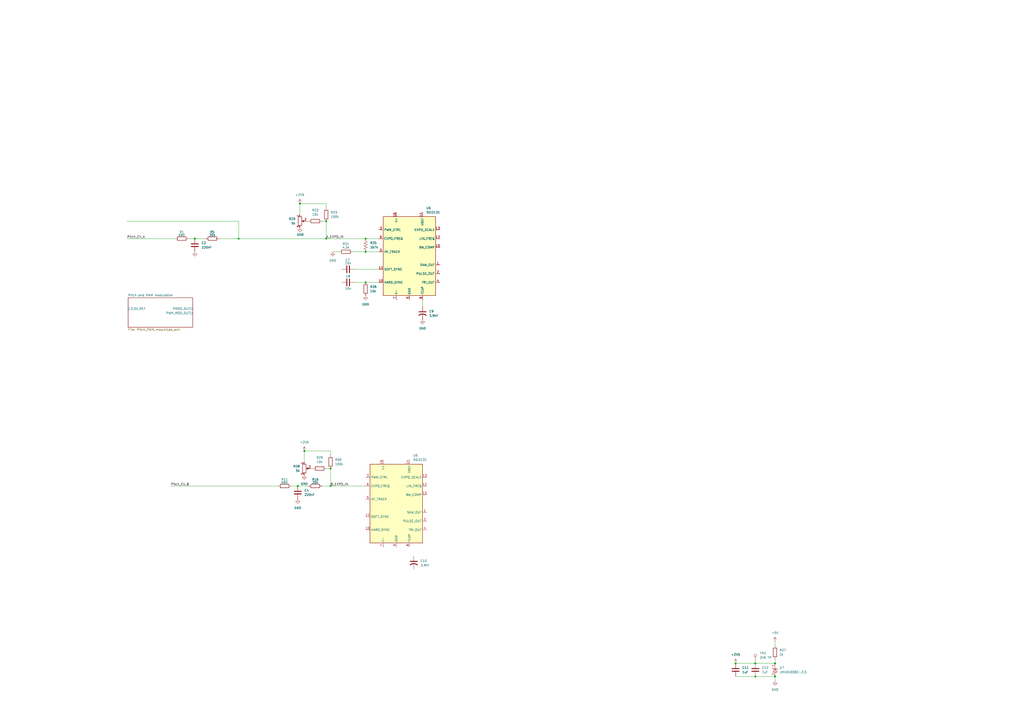
<source format=kicad_sch>
(kicad_sch
	(version 20250114)
	(generator "eeschema")
	(generator_version "9.0")
	(uuid "b475957d-1040-465b-8a46-ce8870a10d46")
	(paper "A2")
	(lib_symbols
		(symbol "Connector:TestPoint"
			(pin_numbers
				(hide yes)
			)
			(pin_names
				(offset 0.762)
				(hide yes)
			)
			(exclude_from_sim no)
			(in_bom yes)
			(on_board yes)
			(property "Reference" "TP"
				(at 0 6.858 0)
				(effects
					(font
						(size 1.27 1.27)
					)
				)
			)
			(property "Value" "TestPoint"
				(at 0 5.08 0)
				(effects
					(font
						(size 1.27 1.27)
					)
				)
			)
			(property "Footprint" ""
				(at 5.08 0 0)
				(effects
					(font
						(size 1.27 1.27)
					)
					(hide yes)
				)
			)
			(property "Datasheet" "~"
				(at 5.08 0 0)
				(effects
					(font
						(size 1.27 1.27)
					)
					(hide yes)
				)
			)
			(property "Description" "test point"
				(at 0 0 0)
				(effects
					(font
						(size 1.27 1.27)
					)
					(hide yes)
				)
			)
			(property "ki_keywords" "test point tp"
				(at 0 0 0)
				(effects
					(font
						(size 1.27 1.27)
					)
					(hide yes)
				)
			)
			(property "ki_fp_filters" "Pin* Test*"
				(at 0 0 0)
				(effects
					(font
						(size 1.27 1.27)
					)
					(hide yes)
				)
			)
			(symbol "TestPoint_0_1"
				(circle
					(center 0 3.302)
					(radius 0.762)
					(stroke
						(width 0)
						(type default)
					)
					(fill
						(type none)
					)
				)
			)
			(symbol "TestPoint_1_1"
				(pin passive line
					(at 0 0 90)
					(length 2.54)
					(name "1"
						(effects
							(font
								(size 1.27 1.27)
							)
						)
					)
					(number "1"
						(effects
							(font
								(size 1.27 1.27)
							)
						)
					)
				)
			)
			(embedded_fonts no)
		)
		(symbol "Device:C"
			(pin_numbers
				(hide yes)
			)
			(pin_names
				(offset 0.254)
			)
			(exclude_from_sim no)
			(in_bom yes)
			(on_board yes)
			(property "Reference" "C"
				(at 0.635 2.54 0)
				(effects
					(font
						(size 1.27 1.27)
					)
					(justify left)
				)
			)
			(property "Value" "C"
				(at 0.635 -2.54 0)
				(effects
					(font
						(size 1.27 1.27)
					)
					(justify left)
				)
			)
			(property "Footprint" ""
				(at 0.9652 -3.81 0)
				(effects
					(font
						(size 1.27 1.27)
					)
					(hide yes)
				)
			)
			(property "Datasheet" "~"
				(at 0 0 0)
				(effects
					(font
						(size 1.27 1.27)
					)
					(hide yes)
				)
			)
			(property "Description" "Unpolarized capacitor"
				(at 0 0 0)
				(effects
					(font
						(size 1.27 1.27)
					)
					(hide yes)
				)
			)
			(property "ki_keywords" "cap capacitor"
				(at 0 0 0)
				(effects
					(font
						(size 1.27 1.27)
					)
					(hide yes)
				)
			)
			(property "ki_fp_filters" "C_*"
				(at 0 0 0)
				(effects
					(font
						(size 1.27 1.27)
					)
					(hide yes)
				)
			)
			(symbol "C_0_1"
				(polyline
					(pts
						(xy -2.032 0.762) (xy 2.032 0.762)
					)
					(stroke
						(width 0.508)
						(type default)
					)
					(fill
						(type none)
					)
				)
				(polyline
					(pts
						(xy -2.032 -0.762) (xy 2.032 -0.762)
					)
					(stroke
						(width 0.508)
						(type default)
					)
					(fill
						(type none)
					)
				)
			)
			(symbol "C_1_1"
				(pin passive line
					(at 0 3.81 270)
					(length 2.794)
					(name "~"
						(effects
							(font
								(size 1.27 1.27)
							)
						)
					)
					(number "1"
						(effects
							(font
								(size 1.27 1.27)
							)
						)
					)
				)
				(pin passive line
					(at 0 -3.81 90)
					(length 2.794)
					(name "~"
						(effects
							(font
								(size 1.27 1.27)
							)
						)
					)
					(number "2"
						(effects
							(font
								(size 1.27 1.27)
							)
						)
					)
				)
			)
			(embedded_fonts no)
		)
		(symbol "Device:C_US"
			(pin_numbers
				(hide yes)
			)
			(pin_names
				(offset 0.254)
				(hide yes)
			)
			(exclude_from_sim no)
			(in_bom yes)
			(on_board yes)
			(property "Reference" "C"
				(at 0.635 2.54 0)
				(effects
					(font
						(size 1.27 1.27)
					)
					(justify left)
				)
			)
			(property "Value" "C_US"
				(at 0.635 -2.54 0)
				(effects
					(font
						(size 1.27 1.27)
					)
					(justify left)
				)
			)
			(property "Footprint" ""
				(at 0 0 0)
				(effects
					(font
						(size 1.27 1.27)
					)
					(hide yes)
				)
			)
			(property "Datasheet" ""
				(at 0 0 0)
				(effects
					(font
						(size 1.27 1.27)
					)
					(hide yes)
				)
			)
			(property "Description" "capacitor, US symbol"
				(at 0 0 0)
				(effects
					(font
						(size 1.27 1.27)
					)
					(hide yes)
				)
			)
			(property "ki_keywords" "cap capacitor"
				(at 0 0 0)
				(effects
					(font
						(size 1.27 1.27)
					)
					(hide yes)
				)
			)
			(property "ki_fp_filters" "C_*"
				(at 0 0 0)
				(effects
					(font
						(size 1.27 1.27)
					)
					(hide yes)
				)
			)
			(symbol "C_US_0_1"
				(polyline
					(pts
						(xy -2.032 0.762) (xy 2.032 0.762)
					)
					(stroke
						(width 0.508)
						(type default)
					)
					(fill
						(type none)
					)
				)
				(arc
					(start -2.032 -1.27)
					(mid 0 -0.5572)
					(end 2.032 -1.27)
					(stroke
						(width 0.508)
						(type default)
					)
					(fill
						(type none)
					)
				)
			)
			(symbol "C_US_1_1"
				(pin passive line
					(at 0 3.81 270)
					(length 2.794)
					(name "~"
						(effects
							(font
								(size 1.27 1.27)
							)
						)
					)
					(number "1"
						(effects
							(font
								(size 1.27 1.27)
							)
						)
					)
				)
				(pin passive line
					(at 0 -3.81 90)
					(length 3.302)
					(name "~"
						(effects
							(font
								(size 1.27 1.27)
							)
						)
					)
					(number "2"
						(effects
							(font
								(size 1.27 1.27)
							)
						)
					)
				)
			)
			(embedded_fonts no)
		)
		(symbol "Device:R"
			(pin_numbers
				(hide yes)
			)
			(pin_names
				(offset 0)
			)
			(exclude_from_sim no)
			(in_bom yes)
			(on_board yes)
			(property "Reference" "R"
				(at 2.032 0 90)
				(effects
					(font
						(size 1.27 1.27)
					)
				)
			)
			(property "Value" "R"
				(at 0 0 90)
				(effects
					(font
						(size 1.27 1.27)
					)
				)
			)
			(property "Footprint" ""
				(at -1.778 0 90)
				(effects
					(font
						(size 1.27 1.27)
					)
					(hide yes)
				)
			)
			(property "Datasheet" "~"
				(at 0 0 0)
				(effects
					(font
						(size 1.27 1.27)
					)
					(hide yes)
				)
			)
			(property "Description" "Resistor"
				(at 0 0 0)
				(effects
					(font
						(size 1.27 1.27)
					)
					(hide yes)
				)
			)
			(property "ki_keywords" "R res resistor"
				(at 0 0 0)
				(effects
					(font
						(size 1.27 1.27)
					)
					(hide yes)
				)
			)
			(property "ki_fp_filters" "R_*"
				(at 0 0 0)
				(effects
					(font
						(size 1.27 1.27)
					)
					(hide yes)
				)
			)
			(symbol "R_0_1"
				(rectangle
					(start -1.016 -2.54)
					(end 1.016 2.54)
					(stroke
						(width 0.254)
						(type default)
					)
					(fill
						(type none)
					)
				)
			)
			(symbol "R_1_1"
				(pin passive line
					(at 0 3.81 270)
					(length 1.27)
					(name "~"
						(effects
							(font
								(size 1.27 1.27)
							)
						)
					)
					(number "1"
						(effects
							(font
								(size 1.27 1.27)
							)
						)
					)
				)
				(pin passive line
					(at 0 -3.81 90)
					(length 1.27)
					(name "~"
						(effects
							(font
								(size 1.27 1.27)
							)
						)
					)
					(number "2"
						(effects
							(font
								(size 1.27 1.27)
							)
						)
					)
				)
			)
			(embedded_fonts no)
		)
		(symbol "Device:R_Potentiometer"
			(pin_names
				(offset 1.016)
				(hide yes)
			)
			(exclude_from_sim no)
			(in_bom yes)
			(on_board yes)
			(property "Reference" "RV"
				(at -4.445 0 90)
				(effects
					(font
						(size 1.27 1.27)
					)
				)
			)
			(property "Value" "R_Potentiometer"
				(at -2.54 0 90)
				(effects
					(font
						(size 1.27 1.27)
					)
				)
			)
			(property "Footprint" ""
				(at 0 0 0)
				(effects
					(font
						(size 1.27 1.27)
					)
					(hide yes)
				)
			)
			(property "Datasheet" "~"
				(at 0 0 0)
				(effects
					(font
						(size 1.27 1.27)
					)
					(hide yes)
				)
			)
			(property "Description" "Potentiometer"
				(at 0 0 0)
				(effects
					(font
						(size 1.27 1.27)
					)
					(hide yes)
				)
			)
			(property "ki_keywords" "resistor variable"
				(at 0 0 0)
				(effects
					(font
						(size 1.27 1.27)
					)
					(hide yes)
				)
			)
			(property "ki_fp_filters" "Potentiometer*"
				(at 0 0 0)
				(effects
					(font
						(size 1.27 1.27)
					)
					(hide yes)
				)
			)
			(symbol "R_Potentiometer_0_1"
				(rectangle
					(start 1.016 2.54)
					(end -1.016 -2.54)
					(stroke
						(width 0.254)
						(type default)
					)
					(fill
						(type none)
					)
				)
				(polyline
					(pts
						(xy 1.143 0) (xy 2.286 0.508) (xy 2.286 -0.508) (xy 1.143 0)
					)
					(stroke
						(width 0)
						(type default)
					)
					(fill
						(type outline)
					)
				)
				(polyline
					(pts
						(xy 2.54 0) (xy 1.524 0)
					)
					(stroke
						(width 0)
						(type default)
					)
					(fill
						(type none)
					)
				)
			)
			(symbol "R_Potentiometer_1_1"
				(pin passive line
					(at 0 3.81 270)
					(length 1.27)
					(name "1"
						(effects
							(font
								(size 1.27 1.27)
							)
						)
					)
					(number "1"
						(effects
							(font
								(size 1.27 1.27)
							)
						)
					)
				)
				(pin passive line
					(at 0 -3.81 90)
					(length 1.27)
					(name "3"
						(effects
							(font
								(size 1.27 1.27)
							)
						)
					)
					(number "3"
						(effects
							(font
								(size 1.27 1.27)
							)
						)
					)
				)
				(pin passive line
					(at 3.81 0 180)
					(length 1.27)
					(name "2"
						(effects
							(font
								(size 1.27 1.27)
							)
						)
					)
					(number "2"
						(effects
							(font
								(size 1.27 1.27)
							)
						)
					)
				)
			)
			(embedded_fonts no)
		)
		(symbol "Device:R_US"
			(pin_numbers
				(hide yes)
			)
			(pin_names
				(offset 0)
			)
			(exclude_from_sim no)
			(in_bom yes)
			(on_board yes)
			(property "Reference" "R"
				(at 2.54 0 90)
				(effects
					(font
						(size 1.27 1.27)
					)
				)
			)
			(property "Value" "R_US"
				(at -2.54 0 90)
				(effects
					(font
						(size 1.27 1.27)
					)
				)
			)
			(property "Footprint" ""
				(at 1.016 -0.254 90)
				(effects
					(font
						(size 1.27 1.27)
					)
					(hide yes)
				)
			)
			(property "Datasheet" "~"
				(at 0 0 0)
				(effects
					(font
						(size 1.27 1.27)
					)
					(hide yes)
				)
			)
			(property "Description" "Resistor, US symbol"
				(at 0 0 0)
				(effects
					(font
						(size 1.27 1.27)
					)
					(hide yes)
				)
			)
			(property "ki_keywords" "R res resistor"
				(at 0 0 0)
				(effects
					(font
						(size 1.27 1.27)
					)
					(hide yes)
				)
			)
			(property "ki_fp_filters" "R_*"
				(at 0 0 0)
				(effects
					(font
						(size 1.27 1.27)
					)
					(hide yes)
				)
			)
			(symbol "R_US_0_1"
				(polyline
					(pts
						(xy 0 2.286) (xy 0 2.54)
					)
					(stroke
						(width 0)
						(type default)
					)
					(fill
						(type none)
					)
				)
				(polyline
					(pts
						(xy 0 2.286) (xy 1.016 1.905) (xy 0 1.524) (xy -1.016 1.143) (xy 0 0.762)
					)
					(stroke
						(width 0)
						(type default)
					)
					(fill
						(type none)
					)
				)
				(polyline
					(pts
						(xy 0 0.762) (xy 1.016 0.381) (xy 0 0) (xy -1.016 -0.381) (xy 0 -0.762)
					)
					(stroke
						(width 0)
						(type default)
					)
					(fill
						(type none)
					)
				)
				(polyline
					(pts
						(xy 0 -0.762) (xy 1.016 -1.143) (xy 0 -1.524) (xy -1.016 -1.905) (xy 0 -2.286)
					)
					(stroke
						(width 0)
						(type default)
					)
					(fill
						(type none)
					)
				)
				(polyline
					(pts
						(xy 0 -2.286) (xy 0 -2.54)
					)
					(stroke
						(width 0)
						(type default)
					)
					(fill
						(type none)
					)
				)
			)
			(symbol "R_US_1_1"
				(pin passive line
					(at 0 3.81 270)
					(length 1.27)
					(name "~"
						(effects
							(font
								(size 1.27 1.27)
							)
						)
					)
					(number "1"
						(effects
							(font
								(size 1.27 1.27)
							)
						)
					)
				)
				(pin passive line
					(at 0 -3.81 90)
					(length 1.27)
					(name "~"
						(effects
							(font
								(size 1.27 1.27)
							)
						)
					)
					(number "2"
						(effects
							(font
								(size 1.27 1.27)
							)
						)
					)
				)
			)
			(embedded_fonts no)
		)
		(symbol "Reference_Voltage:LM4040DBZ-2.5"
			(pin_names
				(offset 0.0254)
				(hide yes)
			)
			(exclude_from_sim no)
			(in_bom yes)
			(on_board yes)
			(property "Reference" "U"
				(at 0 2.54 0)
				(effects
					(font
						(size 1.27 1.27)
					)
				)
			)
			(property "Value" "LM4040DBZ-2.5"
				(at 0 -3.175 0)
				(effects
					(font
						(size 1.27 1.27)
					)
				)
			)
			(property "Footprint" "Package_TO_SOT_SMD:SOT-23"
				(at 0 -5.08 0)
				(effects
					(font
						(size 1.27 1.27)
						(italic yes)
					)
					(hide yes)
				)
			)
			(property "Datasheet" "http://www.ti.com/lit/ds/symlink/lm4040-n.pdf"
				(at 0 0 0)
				(effects
					(font
						(size 1.27 1.27)
						(italic yes)
					)
					(hide yes)
				)
			)
			(property "Description" "2.500V Precision Micropower Shunt Voltage Reference, SOT-23"
				(at 0 0 0)
				(effects
					(font
						(size 1.27 1.27)
					)
					(hide yes)
				)
			)
			(property "ki_keywords" "diode device voltage reference shunt"
				(at 0 0 0)
				(effects
					(font
						(size 1.27 1.27)
					)
					(hide yes)
				)
			)
			(property "ki_fp_filters" "SOT?23*"
				(at 0 0 0)
				(effects
					(font
						(size 1.27 1.27)
					)
					(hide yes)
				)
			)
			(symbol "LM4040DBZ-2.5_0_1"
				(polyline
					(pts
						(xy -1.27 0) (xy 0 0) (xy 1.27 0)
					)
					(stroke
						(width 0)
						(type default)
					)
					(fill
						(type none)
					)
				)
				(polyline
					(pts
						(xy -1.27 -1.27) (xy 0.635 0) (xy -1.27 1.27) (xy -1.27 -1.27)
					)
					(stroke
						(width 0.2032)
						(type default)
					)
					(fill
						(type none)
					)
				)
				(polyline
					(pts
						(xy 0 -1.27) (xy 0.635 -1.27) (xy 0.635 1.27) (xy 1.27 1.27)
					)
					(stroke
						(width 0.2032)
						(type default)
					)
					(fill
						(type none)
					)
				)
			)
			(symbol "LM4040DBZ-2.5_1_1"
				(pin passive line
					(at -3.81 0 0)
					(length 2.54)
					(name "A"
						(effects
							(font
								(size 1.27 1.27)
							)
						)
					)
					(number "2"
						(effects
							(font
								(size 1.27 1.27)
							)
						)
					)
				)
				(pin no_connect line
					(at -1.27 0 0)
					(length 2.54)
					(hide yes)
					(name "NC"
						(effects
							(font
								(size 1.27 1.27)
							)
						)
					)
					(number "3"
						(effects
							(font
								(size 1.27 1.27)
							)
						)
					)
				)
				(pin passive line
					(at 3.81 0 180)
					(length 2.54)
					(name "K"
						(effects
							(font
								(size 1.27 1.27)
							)
						)
					)
					(number "1"
						(effects
							(font
								(size 1.27 1.27)
							)
						)
					)
				)
			)
			(embedded_fonts no)
		)
		(symbol "Sound_Semiconductor:SSI2131"
			(exclude_from_sim no)
			(in_bom yes)
			(on_board yes)
			(property "Reference" "U"
				(at 0 26.67 0)
				(effects
					(font
						(size 1.27 1.27)
					)
				)
			)
			(property "Value" "SSI2131"
				(at 0 24.13 0)
				(effects
					(font
						(size 1.27 1.27)
					)
				)
			)
			(property "Footprint" "Package_SO:SOP-16_3.9x9.9mm_P1.27mm"
				(at 0 -34.29 0)
				(effects
					(font
						(size 1.27 1.27)
					)
					(hide yes)
				)
			)
			(property "Datasheet" "https://www.soundsemiconductor.com/downloads/ssi2131datasheet.pdf"
				(at 0 -36.83 0)
				(effects
					(font
						(size 1.27 1.27)
					)
					(hide yes)
				)
			)
			(property "Description" "Audio VCO, SOP-16"
				(at 0 0 0)
				(effects
					(font
						(size 1.27 1.27)
					)
					(hide yes)
				)
			)
			(property "ki_keywords" "Sound Semiconductor VCO"
				(at 0 0 0)
				(effects
					(font
						(size 1.27 1.27)
					)
					(hide yes)
				)
			)
			(property "ki_fp_filters" "SOP*3.9x9.9mm*P1.27mm*"
				(at 0 0 0)
				(effects
					(font
						(size 1.27 1.27)
					)
					(hide yes)
				)
			)
			(symbol "SSI2131_0_1"
				(rectangle
					(start -15.24 22.86)
					(end 15.24 -22.86)
					(stroke
						(width 0.254)
						(type default)
					)
					(fill
						(type background)
					)
				)
			)
			(symbol "SSI2131_1_1"
				(pin input line
					(at -17.78 15.24 0)
					(length 2.54)
					(name "PWM_CTRL"
						(effects
							(font
								(size 1.27 1.27)
							)
						)
					)
					(number "3"
						(effects
							(font
								(size 1.27 1.27)
							)
						)
					)
				)
				(pin input line
					(at -17.78 10.16 0)
					(length 2.54)
					(name "EXPO_FREQ"
						(effects
							(font
								(size 1.27 1.27)
							)
						)
					)
					(number "6"
						(effects
							(font
								(size 1.27 1.27)
							)
						)
					)
				)
				(pin input line
					(at -17.78 2.54 0)
					(length 2.54)
					(name "HF_TRACK"
						(effects
							(font
								(size 1.27 1.27)
							)
						)
					)
					(number "5"
						(effects
							(font
								(size 1.27 1.27)
							)
						)
					)
				)
				(pin input line
					(at -17.78 -7.62 0)
					(length 2.54)
					(name "SOFT_SYNC"
						(effects
							(font
								(size 1.27 1.27)
							)
						)
					)
					(number "11"
						(effects
							(font
								(size 1.27 1.27)
							)
						)
					)
				)
				(pin input line
					(at -17.78 -15.24 0)
					(length 2.54)
					(name "HARD_SYNC"
						(effects
							(font
								(size 1.27 1.27)
							)
						)
					)
					(number "10"
						(effects
							(font
								(size 1.27 1.27)
							)
						)
					)
				)
				(pin power_in line
					(at -7.62 25.4 270)
					(length 2.54)
					(name "V+"
						(effects
							(font
								(size 1.27 1.27)
							)
						)
					)
					(number "16"
						(effects
							(font
								(size 1.27 1.27)
							)
						)
					)
				)
				(pin power_in line
					(at -7.62 -25.4 90)
					(length 2.54)
					(name "V-"
						(effects
							(font
								(size 1.27 1.27)
							)
						)
					)
					(number "7"
						(effects
							(font
								(size 1.27 1.27)
							)
						)
					)
				)
				(pin power_in line
					(at 0 -25.4 90)
					(length 2.54)
					(name "GND"
						(effects
							(font
								(size 1.27 1.27)
							)
						)
					)
					(number "9"
						(effects
							(font
								(size 1.27 1.27)
							)
						)
					)
				)
				(pin input line
					(at 7.62 25.4 270)
					(length 2.54)
					(name "VREF"
						(effects
							(font
								(size 1.27 1.27)
							)
						)
					)
					(number "14"
						(effects
							(font
								(size 1.27 1.27)
							)
						)
					)
				)
				(pin passive line
					(at 7.62 -25.4 90)
					(length 2.54)
					(name "TCAP"
						(effects
							(font
								(size 1.27 1.27)
							)
						)
					)
					(number "8"
						(effects
							(font
								(size 1.27 1.27)
							)
						)
					)
				)
				(pin input line
					(at 17.78 15.24 180)
					(length 2.54)
					(name "EXPO_SCALE"
						(effects
							(font
								(size 1.27 1.27)
							)
						)
					)
					(number "13"
						(effects
							(font
								(size 1.27 1.27)
							)
						)
					)
				)
				(pin input line
					(at 17.78 10.16 180)
					(length 2.54)
					(name "LIN_FREQ"
						(effects
							(font
								(size 1.27 1.27)
							)
						)
					)
					(number "12"
						(effects
							(font
								(size 1.27 1.27)
							)
						)
					)
				)
				(pin input line
					(at 17.78 5.08 180)
					(length 2.54)
					(name "BW_COMP"
						(effects
							(font
								(size 1.27 1.27)
							)
						)
					)
					(number "15"
						(effects
							(font
								(size 1.27 1.27)
							)
						)
					)
				)
				(pin output line
					(at 17.78 -5.08 180)
					(length 2.54)
					(name "SAW_OUT"
						(effects
							(font
								(size 1.27 1.27)
							)
						)
					)
					(number "1"
						(effects
							(font
								(size 1.27 1.27)
							)
						)
					)
				)
				(pin output line
					(at 17.78 -10.16 180)
					(length 2.54)
					(name "PULSE_OUT"
						(effects
							(font
								(size 1.27 1.27)
							)
						)
					)
					(number "2"
						(effects
							(font
								(size 1.27 1.27)
							)
						)
					)
				)
				(pin output line
					(at 17.78 -15.24 180)
					(length 2.54)
					(name "TRI_OUT"
						(effects
							(font
								(size 1.27 1.27)
							)
						)
					)
					(number "4"
						(effects
							(font
								(size 1.27 1.27)
							)
						)
					)
				)
			)
			(embedded_fonts no)
		)
		(symbol "power:+2V5"
			(power)
			(pin_numbers
				(hide yes)
			)
			(pin_names
				(offset 0)
				(hide yes)
			)
			(exclude_from_sim no)
			(in_bom yes)
			(on_board yes)
			(property "Reference" "#PWR"
				(at 0 -3.81 0)
				(effects
					(font
						(size 1.27 1.27)
					)
					(hide yes)
				)
			)
			(property "Value" "+2V5"
				(at 0 3.556 0)
				(effects
					(font
						(size 1.27 1.27)
					)
				)
			)
			(property "Footprint" ""
				(at 0 0 0)
				(effects
					(font
						(size 1.27 1.27)
					)
					(hide yes)
				)
			)
			(property "Datasheet" ""
				(at 0 0 0)
				(effects
					(font
						(size 1.27 1.27)
					)
					(hide yes)
				)
			)
			(property "Description" "Power symbol creates a global label with name \"+2V5\""
				(at 0 0 0)
				(effects
					(font
						(size 1.27 1.27)
					)
					(hide yes)
				)
			)
			(property "ki_keywords" "global power"
				(at 0 0 0)
				(effects
					(font
						(size 1.27 1.27)
					)
					(hide yes)
				)
			)
			(symbol "+2V5_0_1"
				(polyline
					(pts
						(xy -0.762 1.27) (xy 0 2.54)
					)
					(stroke
						(width 0)
						(type default)
					)
					(fill
						(type none)
					)
				)
				(polyline
					(pts
						(xy 0 2.54) (xy 0.762 1.27)
					)
					(stroke
						(width 0)
						(type default)
					)
					(fill
						(type none)
					)
				)
				(polyline
					(pts
						(xy 0 0) (xy 0 2.54)
					)
					(stroke
						(width 0)
						(type default)
					)
					(fill
						(type none)
					)
				)
			)
			(symbol "+2V5_1_1"
				(pin power_in line
					(at 0 0 90)
					(length 0)
					(name "~"
						(effects
							(font
								(size 1.27 1.27)
							)
						)
					)
					(number "1"
						(effects
							(font
								(size 1.27 1.27)
							)
						)
					)
				)
			)
			(embedded_fonts no)
		)
		(symbol "power:+5V"
			(power)
			(pin_numbers
				(hide yes)
			)
			(pin_names
				(offset 0)
				(hide yes)
			)
			(exclude_from_sim no)
			(in_bom yes)
			(on_board yes)
			(property "Reference" "#PWR"
				(at 0 -3.81 0)
				(effects
					(font
						(size 1.27 1.27)
					)
					(hide yes)
				)
			)
			(property "Value" "+5V"
				(at 0 3.556 0)
				(effects
					(font
						(size 1.27 1.27)
					)
				)
			)
			(property "Footprint" ""
				(at 0 0 0)
				(effects
					(font
						(size 1.27 1.27)
					)
					(hide yes)
				)
			)
			(property "Datasheet" ""
				(at 0 0 0)
				(effects
					(font
						(size 1.27 1.27)
					)
					(hide yes)
				)
			)
			(property "Description" "Power symbol creates a global label with name \"+5V\""
				(at 0 0 0)
				(effects
					(font
						(size 1.27 1.27)
					)
					(hide yes)
				)
			)
			(property "ki_keywords" "global power"
				(at 0 0 0)
				(effects
					(font
						(size 1.27 1.27)
					)
					(hide yes)
				)
			)
			(symbol "+5V_0_1"
				(polyline
					(pts
						(xy -0.762 1.27) (xy 0 2.54)
					)
					(stroke
						(width 0)
						(type default)
					)
					(fill
						(type none)
					)
				)
				(polyline
					(pts
						(xy 0 2.54) (xy 0.762 1.27)
					)
					(stroke
						(width 0)
						(type default)
					)
					(fill
						(type none)
					)
				)
				(polyline
					(pts
						(xy 0 0) (xy 0 2.54)
					)
					(stroke
						(width 0)
						(type default)
					)
					(fill
						(type none)
					)
				)
			)
			(symbol "+5V_1_1"
				(pin power_in line
					(at 0 0 90)
					(length 0)
					(name "~"
						(effects
							(font
								(size 1.27 1.27)
							)
						)
					)
					(number "1"
						(effects
							(font
								(size 1.27 1.27)
							)
						)
					)
				)
			)
			(embedded_fonts no)
		)
		(symbol "power:GND"
			(power)
			(pin_numbers
				(hide yes)
			)
			(pin_names
				(offset 0)
				(hide yes)
			)
			(exclude_from_sim no)
			(in_bom yes)
			(on_board yes)
			(property "Reference" "#PWR"
				(at 0 -6.35 0)
				(effects
					(font
						(size 1.27 1.27)
					)
					(hide yes)
				)
			)
			(property "Value" "GND"
				(at 0 -3.81 0)
				(effects
					(font
						(size 1.27 1.27)
					)
				)
			)
			(property "Footprint" ""
				(at 0 0 0)
				(effects
					(font
						(size 1.27 1.27)
					)
					(hide yes)
				)
			)
			(property "Datasheet" ""
				(at 0 0 0)
				(effects
					(font
						(size 1.27 1.27)
					)
					(hide yes)
				)
			)
			(property "Description" "Power symbol creates a global label with name \"GND\" , ground"
				(at 0 0 0)
				(effects
					(font
						(size 1.27 1.27)
					)
					(hide yes)
				)
			)
			(property "ki_keywords" "global power"
				(at 0 0 0)
				(effects
					(font
						(size 1.27 1.27)
					)
					(hide yes)
				)
			)
			(symbol "GND_0_1"
				(polyline
					(pts
						(xy 0 0) (xy 0 -1.27) (xy 1.27 -1.27) (xy 0 -2.54) (xy -1.27 -1.27) (xy 0 -1.27)
					)
					(stroke
						(width 0)
						(type default)
					)
					(fill
						(type none)
					)
				)
			)
			(symbol "GND_1_1"
				(pin power_in line
					(at 0 0 270)
					(length 0)
					(name "~"
						(effects
							(font
								(size 1.27 1.27)
							)
						)
					)
					(number "1"
						(effects
							(font
								(size 1.27 1.27)
							)
						)
					)
				)
			)
			(embedded_fonts no)
		)
	)
	(junction
		(at 191.77 281.94)
		(diameter 0)
		(color 0 0 0 0)
		(uuid "00050242-2df2-4cd0-875a-570911300b02")
	)
	(junction
		(at 172.72 281.94)
		(diameter 0)
		(color 0 0 0 0)
		(uuid "0410aa84-6d0d-4e55-9039-99cd441951d3")
	)
	(junction
		(at 449.58 384.81)
		(diameter 0)
		(color 0 0 0 0)
		(uuid "052c9848-7f25-44d0-bfba-f018bc4e877b")
	)
	(junction
		(at 438.15 392.43)
		(diameter 0)
		(color 0 0 0 0)
		(uuid "0b8f4604-fa07-4cc3-876e-4a20eff10af0")
	)
	(junction
		(at 212.09 138.43)
		(diameter 0)
		(color 0 0 0 0)
		(uuid "1e6bab1e-4389-4f48-8475-8d41fb63d223")
	)
	(junction
		(at 212.09 163.83)
		(diameter 0)
		(color 0 0 0 0)
		(uuid "348abe41-1b8d-452d-ac66-32acd3e39231")
	)
	(junction
		(at 426.72 384.81)
		(diameter 0)
		(color 0 0 0 0)
		(uuid "361144fe-6c2c-4920-a929-b10281c748a3")
	)
	(junction
		(at 138.43 138.43)
		(diameter 0)
		(color 0 0 0 0)
		(uuid "3c71543b-c1e0-476a-be6f-88a5d0b2abf4")
	)
	(junction
		(at 173.99 118.11)
		(diameter 0)
		(color 0 0 0 0)
		(uuid "3d273c79-d675-4617-8785-8a5631ff5d71")
	)
	(junction
		(at 113.03 138.43)
		(diameter 0)
		(color 0 0 0 0)
		(uuid "6a603a32-8b83-4afb-ad05-3476708fd878")
	)
	(junction
		(at 176.53 261.62)
		(diameter 0)
		(color 0 0 0 0)
		(uuid "89c11744-5459-4993-b043-28903a81d0bb")
	)
	(junction
		(at 212.09 146.05)
		(diameter 0)
		(color 0 0 0 0)
		(uuid "9219da8c-6ec9-4a4c-a27b-9fdb141c3634")
	)
	(junction
		(at 191.77 271.78)
		(diameter 0)
		(color 0 0 0 0)
		(uuid "9d9201f9-3b6a-411e-9787-a4a107978234")
	)
	(junction
		(at 449.58 392.43)
		(diameter 0)
		(color 0 0 0 0)
		(uuid "9e9611db-196b-4023-a350-a3af01d7c898")
	)
	(junction
		(at 189.23 128.27)
		(diameter 0)
		(color 0 0 0 0)
		(uuid "ba28cb35-aaa8-4820-b7ab-81e6a5a3d091")
	)
	(junction
		(at 438.15 384.81)
		(diameter 0)
		(color 0 0 0 0)
		(uuid "c2800afd-f982-46f9-a38a-9d79c172ccec")
	)
	(junction
		(at 189.23 138.43)
		(diameter 0)
		(color 0 0 0 0)
		(uuid "fa6f677b-5de2-4477-8c1c-fe2a2a1b5255")
	)
	(wire
		(pts
			(xy 172.72 281.94) (xy 179.07 281.94)
		)
		(stroke
			(width 0)
			(type default)
		)
		(uuid "0599a728-1b99-4fa4-8199-eb2c945c2320")
	)
	(wire
		(pts
			(xy 176.53 261.62) (xy 176.53 267.97)
		)
		(stroke
			(width 0)
			(type default)
		)
		(uuid "15b79619-4cac-42a3-a14f-1da074e6e33f")
	)
	(wire
		(pts
			(xy 189.23 118.11) (xy 173.99 118.11)
		)
		(stroke
			(width 0)
			(type default)
		)
		(uuid "1c8643ff-8011-40c4-8ce8-e8b6a7776e66")
	)
	(wire
		(pts
			(xy 196.85 146.05) (xy 193.04 146.05)
		)
		(stroke
			(width 0)
			(type default)
		)
		(uuid "1c90b839-7e5c-46d6-b587-a92668959931")
	)
	(wire
		(pts
			(xy 449.58 382.27) (xy 449.58 384.81)
		)
		(stroke
			(width 0)
			(type default)
		)
		(uuid "295c1349-6e6e-459e-97e1-02c548a1a7f8")
	)
	(wire
		(pts
			(xy 212.09 146.05) (xy 219.71 146.05)
		)
		(stroke
			(width 0)
			(type default)
		)
		(uuid "2a1dcfc0-08c7-4bf4-96ac-be04cd311c6b")
	)
	(wire
		(pts
			(xy 180.34 271.78) (xy 181.61 271.78)
		)
		(stroke
			(width 0)
			(type default)
		)
		(uuid "2a7a7c39-369c-4325-a55d-3fed8a8084e1")
	)
	(wire
		(pts
			(xy 438.15 383.54) (xy 438.15 384.81)
		)
		(stroke
			(width 0)
			(type default)
		)
		(uuid "39d2bae0-c788-4b8a-992a-3c3eca795179")
	)
	(wire
		(pts
			(xy 189.23 128.27) (xy 189.23 138.43)
		)
		(stroke
			(width 0)
			(type default)
		)
		(uuid "3c1298d8-3d58-4bc6-af18-6df44d903d5b")
	)
	(wire
		(pts
			(xy 245.11 177.8) (xy 245.11 173.99)
		)
		(stroke
			(width 0)
			(type default)
		)
		(uuid "40dfe5cd-b27b-45cc-8272-911907563f1c")
	)
	(wire
		(pts
			(xy 426.72 392.43) (xy 438.15 392.43)
		)
		(stroke
			(width 0)
			(type default)
		)
		(uuid "420b6a4d-3987-4240-8644-3a911d10219a")
	)
	(wire
		(pts
			(xy 186.69 128.27) (xy 189.23 128.27)
		)
		(stroke
			(width 0)
			(type default)
		)
		(uuid "430380cd-3024-4390-b733-c628cdf2fc92")
	)
	(wire
		(pts
			(xy 186.69 281.94) (xy 191.77 281.94)
		)
		(stroke
			(width 0)
			(type default)
		)
		(uuid "4454a2fd-88d4-475b-8392-506699c86a05")
	)
	(wire
		(pts
			(xy 205.74 156.21) (xy 219.71 156.21)
		)
		(stroke
			(width 0)
			(type default)
		)
		(uuid "4f0f4ae0-a9ad-4796-9a80-1e6da383a3dc")
	)
	(wire
		(pts
			(xy 99.06 281.94) (xy 161.29 281.94)
		)
		(stroke
			(width 0)
			(type default)
		)
		(uuid "53cdc954-696f-4ec2-aa32-97d53cdadfc2")
	)
	(wire
		(pts
			(xy 191.77 271.78) (xy 191.77 281.94)
		)
		(stroke
			(width 0)
			(type default)
		)
		(uuid "641ea771-4b6e-4add-8557-eee853dbcacd")
	)
	(wire
		(pts
			(xy 138.43 128.27) (xy 138.43 138.43)
		)
		(stroke
			(width 0)
			(type default)
		)
		(uuid "67b71ff0-481b-4b7e-8ab4-79546e00dac8")
	)
	(wire
		(pts
			(xy 109.22 138.43) (xy 113.03 138.43)
		)
		(stroke
			(width 0)
			(type default)
		)
		(uuid "70d325ce-ca41-4189-9e74-e3eeae2a2edd")
	)
	(wire
		(pts
			(xy 73.66 138.43) (xy 101.6 138.43)
		)
		(stroke
			(width 0)
			(type default)
		)
		(uuid "7723caad-98b4-4b74-82f0-5f2ba9aea35d")
	)
	(wire
		(pts
			(xy 73.66 128.27) (xy 138.43 128.27)
		)
		(stroke
			(width 0)
			(type default)
		)
		(uuid "83d2740e-7a41-447c-8aef-e2edb81da198")
	)
	(wire
		(pts
			(xy 426.72 384.81) (xy 438.15 384.81)
		)
		(stroke
			(width 0)
			(type default)
		)
		(uuid "85a3633c-11cf-45d1-9e2d-83cd04c32058")
	)
	(wire
		(pts
			(xy 191.77 261.62) (xy 176.53 261.62)
		)
		(stroke
			(width 0)
			(type default)
		)
		(uuid "87495698-b5c4-4519-8e7e-642cac0071d4")
	)
	(wire
		(pts
			(xy 189.23 120.65) (xy 189.23 118.11)
		)
		(stroke
			(width 0)
			(type default)
		)
		(uuid "90d4053b-b195-4cd0-8eee-1f5c9b9591cc")
	)
	(wire
		(pts
			(xy 191.77 264.16) (xy 191.77 261.62)
		)
		(stroke
			(width 0)
			(type default)
		)
		(uuid "99635962-1718-4125-ae6c-2afdc249c31b")
	)
	(wire
		(pts
			(xy 189.23 271.78) (xy 191.77 271.78)
		)
		(stroke
			(width 0)
			(type default)
		)
		(uuid "a497497a-6a9b-4cb7-a64c-2798fad4833a")
	)
	(wire
		(pts
			(xy 449.58 392.43) (xy 449.58 394.97)
		)
		(stroke
			(width 0)
			(type default)
		)
		(uuid "a6bda500-60d2-400d-84a7-fd2e88e26b13")
	)
	(wire
		(pts
			(xy 191.77 281.94) (xy 212.09 281.94)
		)
		(stroke
			(width 0)
			(type default)
		)
		(uuid "aa072ba0-a41b-4afb-988e-6617be4c4066")
	)
	(wire
		(pts
			(xy 177.8 128.27) (xy 179.07 128.27)
		)
		(stroke
			(width 0)
			(type default)
		)
		(uuid "af428074-b543-424c-b1a5-2db720836fd2")
	)
	(wire
		(pts
			(xy 438.15 392.43) (xy 449.58 392.43)
		)
		(stroke
			(width 0)
			(type default)
		)
		(uuid "b309339e-e6e1-47bb-b972-45fa1e0979fe")
	)
	(wire
		(pts
			(xy 212.09 163.83) (xy 219.71 163.83)
		)
		(stroke
			(width 0)
			(type default)
		)
		(uuid "ba4efa7d-bf68-4a4e-8a9f-04dea8d9b154")
	)
	(wire
		(pts
			(xy 449.58 372.11) (xy 449.58 374.65)
		)
		(stroke
			(width 0)
			(type default)
		)
		(uuid "c39f3d49-f798-41b2-a073-0df7df2cd6b6")
	)
	(wire
		(pts
			(xy 173.99 118.11) (xy 173.99 124.46)
		)
		(stroke
			(width 0)
			(type default)
		)
		(uuid "d1d55837-cb5f-487c-b711-e4d56aaf1c21")
	)
	(wire
		(pts
			(xy 438.15 384.81) (xy 449.58 384.81)
		)
		(stroke
			(width 0)
			(type default)
		)
		(uuid "dcb7f6f2-d790-4b20-b8ad-d46ae89747d9")
	)
	(wire
		(pts
			(xy 205.74 163.83) (xy 212.09 163.83)
		)
		(stroke
			(width 0)
			(type default)
		)
		(uuid "e57c7bc4-46af-4b0d-8b62-8d89aa50d31b")
	)
	(wire
		(pts
			(xy 138.43 138.43) (xy 189.23 138.43)
		)
		(stroke
			(width 0)
			(type default)
		)
		(uuid "e73bb638-d3b2-4f53-a2f1-e055dff7809b")
	)
	(wire
		(pts
			(xy 168.91 281.94) (xy 172.72 281.94)
		)
		(stroke
			(width 0)
			(type default)
		)
		(uuid "e87939dc-03ef-4667-a10c-d3f01c164944")
	)
	(wire
		(pts
			(xy 113.03 138.43) (xy 119.38 138.43)
		)
		(stroke
			(width 0)
			(type default)
		)
		(uuid "f63cd4be-ea84-4caa-aaa6-3e75f218d7d5")
	)
	(wire
		(pts
			(xy 204.47 146.05) (xy 212.09 146.05)
		)
		(stroke
			(width 0)
			(type default)
		)
		(uuid "f80573ca-71b9-4769-8463-5fbdd5ebaab3")
	)
	(wire
		(pts
			(xy 127 138.43) (xy 138.43 138.43)
		)
		(stroke
			(width 0)
			(type default)
		)
		(uuid "f94a2ab4-9603-4f45-a07d-ca02a09f6936")
	)
	(wire
		(pts
			(xy 189.23 138.43) (xy 212.09 138.43)
		)
		(stroke
			(width 0)
			(type default)
		)
		(uuid "fa0dda05-c9a6-4e42-8851-55c156ba87cc")
	)
	(wire
		(pts
			(xy 212.09 138.43) (xy 219.71 138.43)
		)
		(stroke
			(width 0)
			(type default)
		)
		(uuid "ffbbca14-5405-40c1-a2c1-87432792680c")
	)
	(label "A_EXPO_IN"
		(at 189.23 138.43 0)
		(effects
			(font
				(size 1.27 1.27)
			)
			(justify left bottom)
		)
		(uuid "2d0b205b-1152-41ff-b09c-a99adc4a33ac")
	)
	(label "Pitch_CV_B"
		(at 99.06 281.94 0)
		(effects
			(font
				(size 1.27 1.27)
			)
			(justify left bottom)
		)
		(uuid "56ad89d2-15a8-4ea9-885e-8712c3a623e8")
	)
	(label "Pitch_CV_A"
		(at 73.66 138.43 0)
		(effects
			(font
				(size 1.27 1.27)
			)
			(justify left bottom)
		)
		(uuid "6ab2ce69-bf57-41ef-b5b1-0f7b140c6931")
	)
	(label "B_EXPO_IN"
		(at 191.77 281.94 0)
		(effects
			(font
				(size 1.27 1.27)
			)
			(justify left bottom)
		)
		(uuid "e558c9ec-e228-44f3-8572-eac17755f5b3")
	)
	(symbol
		(lib_id "power:GND")
		(at 245.11 185.42 0)
		(unit 1)
		(exclude_from_sim no)
		(in_bom yes)
		(on_board yes)
		(dnp no)
		(fields_autoplaced yes)
		(uuid "031f1ba8-83c2-49e5-81b0-8aa28977ab23")
		(property "Reference" "#PWR035"
			(at 245.11 191.77 0)
			(effects
				(font
					(size 1.27 1.27)
				)
				(hide yes)
			)
		)
		(property "Value" "GND"
			(at 245.11 190.5 0)
			(effects
				(font
					(size 1.27 1.27)
				)
			)
		)
		(property "Footprint" ""
			(at 245.11 185.42 0)
			(effects
				(font
					(size 1.27 1.27)
				)
				(hide yes)
			)
		)
		(property "Datasheet" ""
			(at 245.11 185.42 0)
			(effects
				(font
					(size 1.27 1.27)
				)
				(hide yes)
			)
		)
		(property "Description" "Power symbol creates a global label with name \"GND\" , ground"
			(at 245.11 185.42 0)
			(effects
				(font
					(size 1.27 1.27)
				)
				(hide yes)
			)
		)
		(pin "1"
			(uuid "4c0c90f0-cc99-4550-b507-6910c710713d")
		)
		(instances
			(project "SSI2131_Edge_Card"
				(path "/b475957d-1040-465b-8a46-ce8870a10d46"
					(reference "#PWR035")
					(unit 1)
				)
			)
		)
	)
	(symbol
		(lib_id "Device:R")
		(at 449.58 378.46 0)
		(unit 1)
		(exclude_from_sim no)
		(in_bom yes)
		(on_board yes)
		(dnp no)
		(fields_autoplaced yes)
		(uuid "0320d102-1c67-434a-b9df-0e3f946051ab")
		(property "Reference" "R27"
			(at 452.12 377.1899 0)
			(effects
				(font
					(size 1.27 1.27)
				)
				(justify left)
			)
		)
		(property "Value" "2k"
			(at 452.12 379.7299 0)
			(effects
				(font
					(size 1.27 1.27)
				)
				(justify left)
			)
		)
		(property "Footprint" "Resistor_SMD:R_0805_2012Metric"
			(at 447.802 378.46 90)
			(effects
				(font
					(size 1.27 1.27)
				)
				(hide yes)
			)
		)
		(property "Datasheet" "~"
			(at 449.58 378.46 0)
			(effects
				(font
					(size 1.27 1.27)
				)
				(hide yes)
			)
		)
		(property "Description" "Resistor"
			(at 449.58 378.46 0)
			(effects
				(font
					(size 1.27 1.27)
				)
				(hide yes)
			)
		)
		(pin "1"
			(uuid "df7244db-72dd-4c5a-a2c9-1b0bf9b10cd1")
		)
		(pin "2"
			(uuid "b7dbbb2f-9b21-4066-89b1-f5d04060dfc9")
		)
		(instances
			(project ""
				(path "/b475957d-1040-465b-8a46-ce8870a10d46"
					(reference "R27")
					(unit 1)
				)
			)
		)
	)
	(symbol
		(lib_id "Device:R")
		(at 165.1 281.94 90)
		(unit 1)
		(exclude_from_sim no)
		(in_bom yes)
		(on_board yes)
		(dnp no)
		(uuid "0704bdae-271c-458c-a884-96f747218655")
		(property "Reference" "R11"
			(at 165.1 278.13 90)
			(effects
				(font
					(size 1.27 1.27)
				)
			)
		)
		(property "Value" "680"
			(at 165.1 279.908 90)
			(effects
				(font
					(size 1.27 1.27)
				)
			)
		)
		(property "Footprint" "Resistor_SMD:R_0603_1608Metric"
			(at 165.1 283.718 90)
			(effects
				(font
					(size 1.27 1.27)
				)
				(hide yes)
			)
		)
		(property "Datasheet" "~"
			(at 165.1 281.94 0)
			(effects
				(font
					(size 1.27 1.27)
				)
				(hide yes)
			)
		)
		(property "Description" "Resistor"
			(at 165.1 281.94 0)
			(effects
				(font
					(size 1.27 1.27)
				)
				(hide yes)
			)
		)
		(pin "1"
			(uuid "dc3762d4-bf74-4df1-9fd2-d31a9dbba6ba")
		)
		(pin "2"
			(uuid "36a07a52-8828-4f30-a232-5c731e19a166")
		)
		(instances
			(project "SSI2131_Edge_Card"
				(path "/b475957d-1040-465b-8a46-ce8870a10d46"
					(reference "R11")
					(unit 1)
				)
			)
		)
	)
	(symbol
		(lib_id "power:GND")
		(at 113.03 146.05 0)
		(unit 1)
		(exclude_from_sim no)
		(in_bom yes)
		(on_board yes)
		(dnp no)
		(fields_autoplaced yes)
		(uuid "08ec9dad-9f67-4738-8ced-5ea0ef01e9b2")
		(property "Reference" "#PWR01"
			(at 113.03 152.4 0)
			(effects
				(font
					(size 1.27 1.27)
				)
				(hide yes)
			)
		)
		(property "Value" "GND"
			(at 113.03 151.13 0)
			(effects
				(font
					(size 1.27 1.27)
				)
				(hide yes)
			)
		)
		(property "Footprint" ""
			(at 113.03 146.05 0)
			(effects
				(font
					(size 1.27 1.27)
				)
				(hide yes)
			)
		)
		(property "Datasheet" ""
			(at 113.03 146.05 0)
			(effects
				(font
					(size 1.27 1.27)
				)
				(hide yes)
			)
		)
		(property "Description" "Power symbol creates a global label with name \"GND\" , ground"
			(at 113.03 146.05 0)
			(effects
				(font
					(size 1.27 1.27)
				)
				(hide yes)
			)
		)
		(pin "1"
			(uuid "5615e1bc-d31a-458c-adee-e473ac234660")
		)
		(instances
			(project "SSI2131_Edge_Card"
				(path "/b475957d-1040-465b-8a46-ce8870a10d46"
					(reference "#PWR01")
					(unit 1)
				)
			)
		)
	)
	(symbol
		(lib_id "Device:C_US")
		(at 240.03 326.39 0)
		(unit 1)
		(exclude_from_sim no)
		(in_bom yes)
		(on_board yes)
		(dnp no)
		(fields_autoplaced yes)
		(uuid "0b44eb23-7816-4a21-be94-d89b49491a88")
		(property "Reference" "C10"
			(at 243.84 325.3739 0)
			(effects
				(font
					(size 1.27 1.27)
				)
				(justify left)
			)
		)
		(property "Value" "3.9nf"
			(at 243.84 327.9139 0)
			(effects
				(font
					(size 1.27 1.27)
				)
				(justify left)
			)
		)
		(property "Footprint" "Capacitor_THT:C_Rect_L7.2mm_W2.5mm_P5.00mm_FKS2_FKP2_MKS2_MKP2"
			(at 240.03 326.39 0)
			(effects
				(font
					(size 1.27 1.27)
				)
				(hide yes)
			)
		)
		(property "Datasheet" "~"
			(at 240.03 326.39 0)
			(effects
				(font
					(size 1.27 1.27)
				)
				(hide yes)
			)
		)
		(property "Description" "capacitor, US symbol"
			(at 240.03 326.39 0)
			(effects
				(font
					(size 1.27 1.27)
				)
				(hide yes)
			)
		)
		(pin "1"
			(uuid "7adb0256-9fe6-41e6-9df3-d7497fa85b0f")
		)
		(pin "2"
			(uuid "bdfb514c-ed51-44ca-b127-20a946dbfdd1")
		)
		(instances
			(project "SSI2131_Edge_Card"
				(path "/b475957d-1040-465b-8a46-ce8870a10d46"
					(reference "C10")
					(unit 1)
				)
			)
		)
	)
	(symbol
		(lib_id "power:+2V5")
		(at 176.53 261.62 0)
		(unit 1)
		(exclude_from_sim no)
		(in_bom yes)
		(on_board yes)
		(dnp no)
		(fields_autoplaced yes)
		(uuid "1020d9f1-afc1-4922-84db-8651c7e94228")
		(property "Reference" "#PWR033"
			(at 176.53 265.43 0)
			(effects
				(font
					(size 1.27 1.27)
				)
				(hide yes)
			)
		)
		(property "Value" "+2V5"
			(at 176.53 256.54 0)
			(effects
				(font
					(size 1.27 1.27)
				)
			)
		)
		(property "Footprint" ""
			(at 176.53 261.62 0)
			(effects
				(font
					(size 1.27 1.27)
				)
				(hide yes)
			)
		)
		(property "Datasheet" ""
			(at 176.53 261.62 0)
			(effects
				(font
					(size 1.27 1.27)
				)
				(hide yes)
			)
		)
		(property "Description" "Power symbol creates a global label with name \"+2V5\""
			(at 176.53 261.62 0)
			(effects
				(font
					(size 1.27 1.27)
				)
				(hide yes)
			)
		)
		(pin "1"
			(uuid "42d29f49-567e-4783-9141-bfc8f22a851f")
		)
		(instances
			(project "SSI2131_Edge_Card"
				(path "/b475957d-1040-465b-8a46-ce8870a10d46"
					(reference "#PWR033")
					(unit 1)
				)
			)
		)
	)
	(symbol
		(lib_id "power:GND")
		(at 212.09 171.45 0)
		(unit 1)
		(exclude_from_sim no)
		(in_bom yes)
		(on_board yes)
		(dnp no)
		(fields_autoplaced yes)
		(uuid "112d9547-96cb-462f-b59c-d80d07997445")
		(property "Reference" "#PWR014"
			(at 212.09 177.8 0)
			(effects
				(font
					(size 1.27 1.27)
				)
				(hide yes)
			)
		)
		(property "Value" "GND"
			(at 212.09 176.53 0)
			(effects
				(font
					(size 1.27 1.27)
				)
			)
		)
		(property "Footprint" ""
			(at 212.09 171.45 0)
			(effects
				(font
					(size 1.27 1.27)
				)
				(hide yes)
			)
		)
		(property "Datasheet" ""
			(at 212.09 171.45 0)
			(effects
				(font
					(size 1.27 1.27)
				)
				(hide yes)
			)
		)
		(property "Description" "Power symbol creates a global label with name \"GND\" , ground"
			(at 212.09 171.45 0)
			(effects
				(font
					(size 1.27 1.27)
				)
				(hide yes)
			)
		)
		(pin "1"
			(uuid "50736850-6682-470d-9977-ad2a0ec285d9")
		)
		(instances
			(project "SSI2131_Edge_Card"
				(path "/b475957d-1040-465b-8a46-ce8870a10d46"
					(reference "#PWR014")
					(unit 1)
				)
			)
		)
	)
	(symbol
		(lib_id "power:GND")
		(at 173.99 132.08 0)
		(unit 1)
		(exclude_from_sim no)
		(in_bom yes)
		(on_board yes)
		(dnp no)
		(uuid "127014fd-a148-4a8d-9a25-ff5072905c42")
		(property "Reference" "#PWR012"
			(at 173.99 138.43 0)
			(effects
				(font
					(size 1.27 1.27)
				)
				(hide yes)
			)
		)
		(property "Value" "GND"
			(at 174.244 136.144 0)
			(effects
				(font
					(size 1.27 1.27)
				)
			)
		)
		(property "Footprint" ""
			(at 173.99 132.08 0)
			(effects
				(font
					(size 1.27 1.27)
				)
				(hide yes)
			)
		)
		(property "Datasheet" ""
			(at 173.99 132.08 0)
			(effects
				(font
					(size 1.27 1.27)
				)
				(hide yes)
			)
		)
		(property "Description" "Power symbol creates a global label with name \"GND\" , ground"
			(at 173.99 132.08 0)
			(effects
				(font
					(size 1.27 1.27)
				)
				(hide yes)
			)
		)
		(pin "1"
			(uuid "fda990d5-246a-4e74-98f3-761818707f59")
		)
		(instances
			(project "SSI2131_Edge_Card"
				(path "/b475957d-1040-465b-8a46-ce8870a10d46"
					(reference "#PWR012")
					(unit 1)
				)
			)
		)
	)
	(symbol
		(lib_id "Device:C")
		(at 201.93 163.83 90)
		(unit 1)
		(exclude_from_sim no)
		(in_bom yes)
		(on_board yes)
		(dnp no)
		(uuid "1abad7b5-2436-45b3-a26b-6ac5cd04e0ae")
		(property "Reference" "C8"
			(at 201.93 160.274 90)
			(effects
				(font
					(size 1.27 1.27)
				)
			)
		)
		(property "Value" "10n"
			(at 201.93 167.386 90)
			(effects
				(font
					(size 1.27 1.27)
				)
			)
		)
		(property "Footprint" "Capacitor_SMD:C_0603_1608Metric"
			(at 205.74 162.8648 0)
			(effects
				(font
					(size 1.27 1.27)
				)
				(hide yes)
			)
		)
		(property "Datasheet" "~"
			(at 201.93 163.83 0)
			(effects
				(font
					(size 1.27 1.27)
				)
				(hide yes)
			)
		)
		(property "Description" "Unpolarized capacitor"
			(at 201.93 163.83 0)
			(effects
				(font
					(size 1.27 1.27)
				)
				(hide yes)
			)
		)
		(pin "1"
			(uuid "0ef036d4-0941-4de0-b756-f44d23afe588")
		)
		(pin "2"
			(uuid "8c2a3aa7-f4f0-4505-b938-62d19891b29b")
		)
		(instances
			(project "SSI2131_Edge_Card"
				(path "/b475957d-1040-465b-8a46-ce8870a10d46"
					(reference "C8")
					(unit 1)
				)
			)
		)
	)
	(symbol
		(lib_id "power:+2V5")
		(at 173.99 118.11 0)
		(unit 1)
		(exclude_from_sim no)
		(in_bom yes)
		(on_board yes)
		(dnp no)
		(fields_autoplaced yes)
		(uuid "20c12839-51b6-4c76-9459-6b0d91a0d0fb")
		(property "Reference" "#PWR011"
			(at 173.99 121.92 0)
			(effects
				(font
					(size 1.27 1.27)
				)
				(hide yes)
			)
		)
		(property "Value" "+2V5"
			(at 173.99 113.03 0)
			(effects
				(font
					(size 1.27 1.27)
				)
			)
		)
		(property "Footprint" ""
			(at 173.99 118.11 0)
			(effects
				(font
					(size 1.27 1.27)
				)
				(hide yes)
			)
		)
		(property "Datasheet" ""
			(at 173.99 118.11 0)
			(effects
				(font
					(size 1.27 1.27)
				)
				(hide yes)
			)
		)
		(property "Description" "Power symbol creates a global label with name \"+2V5\""
			(at 173.99 118.11 0)
			(effects
				(font
					(size 1.27 1.27)
				)
				(hide yes)
			)
		)
		(pin "1"
			(uuid "e77c23af-c643-4c06-ab5f-f478c01bfb9e")
		)
		(instances
			(project "SSI2131_Edge_Card"
				(path "/b475957d-1040-465b-8a46-ce8870a10d46"
					(reference "#PWR011")
					(unit 1)
				)
			)
		)
	)
	(symbol
		(lib_id "Device:R_US")
		(at 212.09 142.24 180)
		(unit 1)
		(exclude_from_sim no)
		(in_bom yes)
		(on_board yes)
		(dnp no)
		(fields_autoplaced yes)
		(uuid "256f95e4-4229-47b0-adda-6a2998f7cb92")
		(property "Reference" "R25"
			(at 214.63 140.9699 0)
			(effects
				(font
					(size 1.27 1.27)
				)
				(justify right)
			)
		)
		(property "Value" "267k"
			(at 214.63 143.5099 0)
			(effects
				(font
					(size 1.27 1.27)
				)
				(justify right)
			)
		)
		(property "Footprint" "Resistor_THT:R_Axial_DIN0207_L6.3mm_D2.5mm_P5.08mm_Vertical"
			(at 211.074 141.986 90)
			(effects
				(font
					(size 1.27 1.27)
				)
				(hide yes)
			)
		)
		(property "Datasheet" "~"
			(at 212.09 142.24 0)
			(effects
				(font
					(size 1.27 1.27)
				)
				(hide yes)
			)
		)
		(property "Description" "Resistor, US symbol"
			(at 212.09 142.24 0)
			(effects
				(font
					(size 1.27 1.27)
				)
				(hide yes)
			)
		)
		(pin "1"
			(uuid "4e224857-0ced-428a-95d1-bd2bfe6c6e75")
		)
		(pin "2"
			(uuid "bb94e145-3f12-44d4-9be2-9cae090e4aad")
		)
		(instances
			(project "SSI2131_Edge_Card"
				(path "/b475957d-1040-465b-8a46-ce8870a10d46"
					(reference "R25")
					(unit 1)
				)
			)
		)
	)
	(symbol
		(lib_id "Device:C")
		(at 438.15 388.62 0)
		(unit 1)
		(exclude_from_sim no)
		(in_bom yes)
		(on_board yes)
		(dnp no)
		(fields_autoplaced yes)
		(uuid "2aeaaef1-9c67-44c6-a027-229c710021dc")
		(property "Reference" "C12"
			(at 441.96 387.3499 0)
			(effects
				(font
					(size 1.27 1.27)
				)
				(justify left)
			)
		)
		(property "Value" "1uf"
			(at 441.96 389.8899 0)
			(effects
				(font
					(size 1.27 1.27)
				)
				(justify left)
			)
		)
		(property "Footprint" "Capacitor_SMD:C_0805_2012Metric"
			(at 439.1152 392.43 0)
			(effects
				(font
					(size 1.27 1.27)
				)
				(hide yes)
			)
		)
		(property "Datasheet" "~"
			(at 438.15 388.62 0)
			(effects
				(font
					(size 1.27 1.27)
				)
				(hide yes)
			)
		)
		(property "Description" "Unpolarized capacitor"
			(at 438.15 388.62 0)
			(effects
				(font
					(size 1.27 1.27)
				)
				(hide yes)
			)
		)
		(pin "1"
			(uuid "f2ac4471-4785-4d74-9832-c52e1c30e79c")
		)
		(pin "2"
			(uuid "ce78be08-5912-42d8-8ca2-409500b0e0d0")
		)
		(instances
			(project ""
				(path "/b475957d-1040-465b-8a46-ce8870a10d46"
					(reference "C12")
					(unit 1)
				)
			)
		)
	)
	(symbol
		(lib_id "Connector:TestPoint")
		(at 438.15 383.54 0)
		(unit 1)
		(exclude_from_sim no)
		(in_bom yes)
		(on_board yes)
		(dnp no)
		(fields_autoplaced yes)
		(uuid "40d1490a-7892-4b60-8f20-e75281740bfb")
		(property "Reference" "TP2"
			(at 440.69 378.9679 0)
			(effects
				(font
					(size 1.27 1.27)
				)
				(justify left)
			)
		)
		(property "Value" "2V5 TP"
			(at 440.69 381.5079 0)
			(effects
				(font
					(size 1.27 1.27)
				)
				(justify left)
			)
		)
		(property "Footprint" "TestPoint:TestPoint_Pad_1.0x1.0mm"
			(at 443.23 383.54 0)
			(effects
				(font
					(size 1.27 1.27)
				)
				(hide yes)
			)
		)
		(property "Datasheet" "~"
			(at 443.23 383.54 0)
			(effects
				(font
					(size 1.27 1.27)
				)
				(hide yes)
			)
		)
		(property "Description" "test point"
			(at 438.15 383.54 0)
			(effects
				(font
					(size 1.27 1.27)
				)
				(hide yes)
			)
		)
		(pin "1"
			(uuid "3252ffcb-b3b3-4bbf-a558-d8fc13e30204")
		)
		(instances
			(project ""
				(path "/b475957d-1040-465b-8a46-ce8870a10d46"
					(reference "TP2")
					(unit 1)
				)
			)
		)
	)
	(symbol
		(lib_id "power:GND")
		(at 449.58 394.97 0)
		(unit 1)
		(exclude_from_sim no)
		(in_bom yes)
		(on_board yes)
		(dnp no)
		(fields_autoplaced yes)
		(uuid "4a68c536-79aa-4bf1-8991-73f1e2300d72")
		(property "Reference" "#PWR017"
			(at 449.58 401.32 0)
			(effects
				(font
					(size 1.27 1.27)
				)
				(hide yes)
			)
		)
		(property "Value" "GND"
			(at 449.58 400.05 0)
			(effects
				(font
					(size 1.27 1.27)
				)
			)
		)
		(property "Footprint" ""
			(at 449.58 394.97 0)
			(effects
				(font
					(size 1.27 1.27)
				)
				(hide yes)
			)
		)
		(property "Datasheet" ""
			(at 449.58 394.97 0)
			(effects
				(font
					(size 1.27 1.27)
				)
				(hide yes)
			)
		)
		(property "Description" "Power symbol creates a global label with name \"GND\" , ground"
			(at 449.58 394.97 0)
			(effects
				(font
					(size 1.27 1.27)
				)
				(hide yes)
			)
		)
		(pin "1"
			(uuid "b90e08db-47fb-499a-9536-7f09b706041e")
		)
		(instances
			(project ""
				(path "/b475957d-1040-465b-8a46-ce8870a10d46"
					(reference "#PWR017")
					(unit 1)
				)
			)
		)
	)
	(symbol
		(lib_id "power:GND")
		(at 193.04 146.05 0)
		(unit 1)
		(exclude_from_sim no)
		(in_bom yes)
		(on_board yes)
		(dnp no)
		(fields_autoplaced yes)
		(uuid "4b67ed78-5f41-4afe-96c6-a0f0dd2af7f9")
		(property "Reference" "#PWR013"
			(at 193.04 152.4 0)
			(effects
				(font
					(size 1.27 1.27)
				)
				(hide yes)
			)
		)
		(property "Value" "GND"
			(at 193.04 151.13 0)
			(effects
				(font
					(size 1.27 1.27)
				)
			)
		)
		(property "Footprint" ""
			(at 193.04 146.05 0)
			(effects
				(font
					(size 1.27 1.27)
				)
				(hide yes)
			)
		)
		(property "Datasheet" ""
			(at 193.04 146.05 0)
			(effects
				(font
					(size 1.27 1.27)
				)
				(hide yes)
			)
		)
		(property "Description" "Power symbol creates a global label with name \"GND\" , ground"
			(at 193.04 146.05 0)
			(effects
				(font
					(size 1.27 1.27)
				)
				(hide yes)
			)
		)
		(pin "1"
			(uuid "a3c0b9b3-e708-422f-89d6-9894283f28f2")
		)
		(instances
			(project ""
				(path "/b475957d-1040-465b-8a46-ce8870a10d46"
					(reference "#PWR013")
					(unit 1)
				)
			)
		)
	)
	(symbol
		(lib_id "Device:R")
		(at 191.77 267.97 180)
		(unit 1)
		(exclude_from_sim no)
		(in_bom yes)
		(on_board yes)
		(dnp no)
		(fields_autoplaced yes)
		(uuid "4eb35e33-d7fc-42f2-9e5e-aed33c7b3511")
		(property "Reference" "R30"
			(at 194.31 266.6999 0)
			(effects
				(font
					(size 1.27 1.27)
				)
				(justify right)
			)
		)
		(property "Value" "100k"
			(at 194.31 269.2399 0)
			(effects
				(font
					(size 1.27 1.27)
				)
				(justify right)
			)
		)
		(property "Footprint" "Resistor_SMD:R_0603_1608Metric"
			(at 193.548 267.97 90)
			(effects
				(font
					(size 1.27 1.27)
				)
				(hide yes)
			)
		)
		(property "Datasheet" "~"
			(at 191.77 267.97 0)
			(effects
				(font
					(size 1.27 1.27)
				)
				(hide yes)
			)
		)
		(property "Description" "Resistor"
			(at 191.77 267.97 0)
			(effects
				(font
					(size 1.27 1.27)
				)
				(hide yes)
			)
		)
		(pin "1"
			(uuid "d42a0746-dcd8-4fb1-9689-2132127d6ce9")
		)
		(pin "2"
			(uuid "187508d8-6617-449d-aa6c-9c197eb902ff")
		)
		(instances
			(project "SSI2131_Edge_Card"
				(path "/b475957d-1040-465b-8a46-ce8870a10d46"
					(reference "R30")
					(unit 1)
				)
			)
		)
	)
	(symbol
		(lib_id "Device:R")
		(at 105.41 138.43 90)
		(unit 1)
		(exclude_from_sim no)
		(in_bom yes)
		(on_board yes)
		(dnp no)
		(uuid "512ef7ce-f659-4519-9ca5-0b563ba2c0e1")
		(property "Reference" "R1"
			(at 105.41 134.62 90)
			(effects
				(font
					(size 1.27 1.27)
				)
			)
		)
		(property "Value" "680"
			(at 105.41 136.398 90)
			(effects
				(font
					(size 1.27 1.27)
				)
			)
		)
		(property "Footprint" "Resistor_SMD:R_0603_1608Metric"
			(at 105.41 140.208 90)
			(effects
				(font
					(size 1.27 1.27)
				)
				(hide yes)
			)
		)
		(property "Datasheet" "~"
			(at 105.41 138.43 0)
			(effects
				(font
					(size 1.27 1.27)
				)
				(hide yes)
			)
		)
		(property "Description" "Resistor"
			(at 105.41 138.43 0)
			(effects
				(font
					(size 1.27 1.27)
				)
				(hide yes)
			)
		)
		(pin "1"
			(uuid "71347046-8b96-48c9-8047-3d3e950324ac")
		)
		(pin "2"
			(uuid "34025637-9848-4595-a88f-5c269f5f9414")
		)
		(instances
			(project "SSI2131_Edge_Card"
				(path "/b475957d-1040-465b-8a46-ce8870a10d46"
					(reference "R1")
					(unit 1)
				)
			)
		)
	)
	(symbol
		(lib_id "Sound_Semiconductor:SSI2131")
		(at 237.49 148.59 0)
		(unit 1)
		(exclude_from_sim no)
		(in_bom yes)
		(on_board yes)
		(dnp no)
		(fields_autoplaced yes)
		(uuid "5fcda8cb-34d0-46a0-9eac-a52f55d703ac")
		(property "Reference" "U6"
			(at 247.2533 120.65 0)
			(effects
				(font
					(size 1.27 1.27)
				)
				(justify left)
			)
		)
		(property "Value" "SSI2131"
			(at 247.2533 123.19 0)
			(effects
				(font
					(size 1.27 1.27)
				)
				(justify left)
			)
		)
		(property "Footprint" "Package_SO:STC_SOP-16_3.9x9.9mm_P1.27mm"
			(at 237.49 182.88 0)
			(effects
				(font
					(size 1.27 1.27)
				)
				(hide yes)
			)
		)
		(property "Datasheet" "https://www.soundsemiconductor.com/downloads/ssi2131datasheet.pdf"
			(at 237.49 185.42 0)
			(effects
				(font
					(size 1.27 1.27)
				)
				(hide yes)
			)
		)
		(property "Description" "Audio VCO, SOP-16"
			(at 237.49 148.59 0)
			(effects
				(font
					(size 1.27 1.27)
				)
				(hide yes)
			)
		)
		(pin "16"
			(uuid "2be84a62-6361-4c55-b288-c441a26180e1")
		)
		(pin "12"
			(uuid "d9ec79ad-e598-424a-b929-6006c07e4e00")
		)
		(pin "7"
			(uuid "7ce5eb45-00b9-4d62-b0ed-36c49c532c02")
		)
		(pin "2"
			(uuid "e36de969-2d90-4233-b20b-fd8d5caae1dc")
		)
		(pin "15"
			(uuid "4f8462cf-b2fc-4dee-8900-5d9223b5e055")
		)
		(pin "3"
			(uuid "b67f8604-4338-4d54-92e4-c4b61f6aabc4")
		)
		(pin "4"
			(uuid "1c7b0a5f-b2db-43fd-9823-3d79c6300374")
		)
		(pin "11"
			(uuid "a558c9ba-07f1-472f-997b-86bcc219bfcf")
		)
		(pin "5"
			(uuid "7814ea93-5d84-4158-8ab2-bf669d0f291f")
		)
		(pin "10"
			(uuid "b0cd2e34-d808-4a5b-bc5d-a73b09410203")
		)
		(pin "9"
			(uuid "45b20ec9-3969-4678-9a47-fa541f56e92f")
		)
		(pin "6"
			(uuid "abe382e5-cd54-4f2e-8289-bac1564fbd26")
		)
		(pin "1"
			(uuid "7832f48e-0a68-43ca-b195-a23e98054c6a")
		)
		(pin "14"
			(uuid "ed95e234-9ca8-49b1-8134-4df482e48740")
		)
		(pin "8"
			(uuid "028ea306-5f03-46bd-8b17-b6b5a2f94cbf")
		)
		(pin "13"
			(uuid "f3706676-c383-46cb-a47d-a2d92421c4f4")
		)
		(instances
			(project ""
				(path "/b475957d-1040-465b-8a46-ce8870a10d46"
					(reference "U6")
					(unit 1)
				)
			)
		)
	)
	(symbol
		(lib_id "Device:R")
		(at 200.66 146.05 90)
		(unit 1)
		(exclude_from_sim no)
		(in_bom yes)
		(on_board yes)
		(dnp no)
		(uuid "66408678-b53d-440b-9664-05ea2919a977")
		(property "Reference" "R24"
			(at 200.66 141.478 90)
			(effects
				(font
					(size 1.27 1.27)
				)
			)
		)
		(property "Value" "4.3k"
			(at 200.66 143.51 90)
			(effects
				(font
					(size 1.27 1.27)
				)
			)
		)
		(property "Footprint" "Resistor_SMD:R_0603_1608Metric"
			(at 200.66 147.828 90)
			(effects
				(font
					(size 1.27 1.27)
				)
				(hide yes)
			)
		)
		(property "Datasheet" "~"
			(at 200.66 146.05 0)
			(effects
				(font
					(size 1.27 1.27)
				)
				(hide yes)
			)
		)
		(property "Description" "Resistor"
			(at 200.66 146.05 0)
			(effects
				(font
					(size 1.27 1.27)
				)
				(hide yes)
			)
		)
		(pin "1"
			(uuid "5703dd30-6f6d-4536-8605-d22ccb49b5fe")
		)
		(pin "2"
			(uuid "82d04fd2-d925-4301-a804-1806decd307c")
		)
		(instances
			(project "SSI2131_Edge_Card"
				(path "/b475957d-1040-465b-8a46-ce8870a10d46"
					(reference "R24")
					(unit 1)
				)
			)
		)
	)
	(symbol
		(lib_id "Device:R_Potentiometer")
		(at 173.99 128.27 0)
		(unit 1)
		(exclude_from_sim no)
		(in_bom yes)
		(on_board yes)
		(dnp no)
		(fields_autoplaced yes)
		(uuid "74a0df12-6f4b-45fb-9aaa-2b2b55c7f152")
		(property "Reference" "R20"
			(at 171.45 126.9999 0)
			(effects
				(font
					(size 1.27 1.27)
				)
				(justify right)
			)
		)
		(property "Value" "5k"
			(at 171.45 129.5399 0)
			(effects
				(font
					(size 1.27 1.27)
				)
				(justify right)
			)
		)
		(property "Footprint" "Potentiometer_THT:Potentiometer_Bourns_3296W_Vertical"
			(at 173.99 128.27 0)
			(effects
				(font
					(size 1.27 1.27)
				)
				(hide yes)
			)
		)
		(property "Datasheet" "~"
			(at 173.99 128.27 0)
			(effects
				(font
					(size 1.27 1.27)
				)
				(hide yes)
			)
		)
		(property "Description" "Potentiometer"
			(at 173.99 128.27 0)
			(effects
				(font
					(size 1.27 1.27)
				)
				(hide yes)
			)
		)
		(pin "1"
			(uuid "11df1509-4ded-4401-a1c9-efd17f90397a")
		)
		(pin "2"
			(uuid "8cf27885-635f-4186-8f87-54e376d57bfa")
		)
		(pin "3"
			(uuid "940e2908-b8e4-479a-a731-dc6e48381a89")
		)
		(instances
			(project ""
				(path "/b475957d-1040-465b-8a46-ce8870a10d46"
					(reference "R20")
					(unit 1)
				)
			)
		)
	)
	(symbol
		(lib_id "power:GND")
		(at 176.53 275.59 0)
		(unit 1)
		(exclude_from_sim no)
		(in_bom yes)
		(on_board yes)
		(dnp no)
		(fields_autoplaced yes)
		(uuid "7ca8075f-7725-46c6-bc1b-974c06d45197")
		(property "Reference" "#PWR034"
			(at 176.53 281.94 0)
			(effects
				(font
					(size 1.27 1.27)
				)
				(hide yes)
			)
		)
		(property "Value" "GND"
			(at 176.53 280.67 0)
			(effects
				(font
					(size 1.27 1.27)
				)
			)
		)
		(property "Footprint" ""
			(at 176.53 275.59 0)
			(effects
				(font
					(size 1.27 1.27)
				)
				(hide yes)
			)
		)
		(property "Datasheet" ""
			(at 176.53 275.59 0)
			(effects
				(font
					(size 1.27 1.27)
				)
				(hide yes)
			)
		)
		(property "Description" "Power symbol creates a global label with name \"GND\" , ground"
			(at 176.53 275.59 0)
			(effects
				(font
					(size 1.27 1.27)
				)
				(hide yes)
			)
		)
		(pin "1"
			(uuid "484da85b-2387-4b18-8f0b-f5d99a4e2515")
		)
		(instances
			(project "SSI2131_Edge_Card"
				(path "/b475957d-1040-465b-8a46-ce8870a10d46"
					(reference "#PWR034")
					(unit 1)
				)
			)
		)
	)
	(symbol
		(lib_id "power:+5V")
		(at 449.58 372.11 0)
		(unit 1)
		(exclude_from_sim no)
		(in_bom yes)
		(on_board yes)
		(dnp no)
		(fields_autoplaced yes)
		(uuid "7ec21d7d-a644-4799-80f7-682d2227dd09")
		(property "Reference" "#PWR016"
			(at 449.58 375.92 0)
			(effects
				(font
					(size 1.27 1.27)
				)
				(hide yes)
			)
		)
		(property "Value" "+5V"
			(at 449.58 367.03 0)
			(effects
				(font
					(size 1.27 1.27)
				)
			)
		)
		(property "Footprint" ""
			(at 449.58 372.11 0)
			(effects
				(font
					(size 1.27 1.27)
				)
				(hide yes)
			)
		)
		(property "Datasheet" ""
			(at 449.58 372.11 0)
			(effects
				(font
					(size 1.27 1.27)
				)
				(hide yes)
			)
		)
		(property "Description" "Power symbol creates a global label with name \"+5V\""
			(at 449.58 372.11 0)
			(effects
				(font
					(size 1.27 1.27)
				)
				(hide yes)
			)
		)
		(pin "1"
			(uuid "bed70b62-e57a-48be-b50c-08d287311e4b")
		)
		(instances
			(project ""
				(path "/b475957d-1040-465b-8a46-ce8870a10d46"
					(reference "#PWR016")
					(unit 1)
				)
			)
		)
	)
	(symbol
		(lib_id "Device:C")
		(at 426.72 388.62 0)
		(unit 1)
		(exclude_from_sim no)
		(in_bom yes)
		(on_board yes)
		(dnp no)
		(fields_autoplaced yes)
		(uuid "882c0b92-57b7-4920-b2b1-d34610e13f5d")
		(property "Reference" "C11"
			(at 430.53 387.3499 0)
			(effects
				(font
					(size 1.27 1.27)
				)
				(justify left)
			)
		)
		(property "Value" "1uf"
			(at 430.53 389.8899 0)
			(effects
				(font
					(size 1.27 1.27)
				)
				(justify left)
			)
		)
		(property "Footprint" "Capacitor_SMD:C_0805_2012Metric"
			(at 427.6852 392.43 0)
			(effects
				(font
					(size 1.27 1.27)
				)
				(hide yes)
			)
		)
		(property "Datasheet" "~"
			(at 426.72 388.62 0)
			(effects
				(font
					(size 1.27 1.27)
				)
				(hide yes)
			)
		)
		(property "Description" "Unpolarized capacitor"
			(at 426.72 388.62 0)
			(effects
				(font
					(size 1.27 1.27)
				)
				(hide yes)
			)
		)
		(pin "1"
			(uuid "2e4e6f57-4e09-4db3-92b7-556beb7aa771")
		)
		(pin "2"
			(uuid "33c0b601-9d9a-4810-8750-f29a04925246")
		)
		(instances
			(project "SSI2131_Edge_Card"
				(path "/b475957d-1040-465b-8a46-ce8870a10d46"
					(reference "C11")
					(unit 1)
				)
			)
		)
	)
	(symbol
		(lib_id "Sound_Semiconductor:SSI2131")
		(at 229.87 292.1 0)
		(unit 1)
		(exclude_from_sim no)
		(in_bom yes)
		(on_board yes)
		(dnp no)
		(fields_autoplaced yes)
		(uuid "8ac1d9a4-156d-47ea-8290-50047af4722a")
		(property "Reference" "U5"
			(at 239.6333 264.16 0)
			(effects
				(font
					(size 1.27 1.27)
				)
				(justify left)
			)
		)
		(property "Value" "SSI2131"
			(at 239.6333 266.7 0)
			(effects
				(font
					(size 1.27 1.27)
				)
				(justify left)
			)
		)
		(property "Footprint" "Package_SO:STC_SOP-16_3.9x9.9mm_P1.27mm"
			(at 229.87 326.39 0)
			(effects
				(font
					(size 1.27 1.27)
				)
				(hide yes)
			)
		)
		(property "Datasheet" "https://www.soundsemiconductor.com/downloads/ssi2131datasheet.pdf"
			(at 229.87 328.93 0)
			(effects
				(font
					(size 1.27 1.27)
				)
				(hide yes)
			)
		)
		(property "Description" "Audio VCO, SOP-16"
			(at 229.87 292.1 0)
			(effects
				(font
					(size 1.27 1.27)
				)
				(hide yes)
			)
		)
		(pin "16"
			(uuid "c41ccdce-d36f-4726-b090-27448d343eff")
		)
		(pin "12"
			(uuid "ddf17cb6-5ae7-4177-9922-0e96e8c99496")
		)
		(pin "7"
			(uuid "f05e235a-2440-4c4f-8d01-e30d226a74c4")
		)
		(pin "2"
			(uuid "df369dbe-3c7c-4d76-95a4-486ae6d2e7f1")
		)
		(pin "15"
			(uuid "dac5b24c-68a0-4b03-8bab-00b3824d50f8")
		)
		(pin "3"
			(uuid "4e5c63fe-c470-4215-b31a-fba48958b15f")
		)
		(pin "4"
			(uuid "33bffade-ca6a-4e7f-be6e-c55c3e33209d")
		)
		(pin "11"
			(uuid "04e924c8-7bf4-4675-b454-e620ada92a6a")
		)
		(pin "5"
			(uuid "7a3bf942-d23b-41a8-839e-55041d7d5b18")
		)
		(pin "10"
			(uuid "ce219abf-a980-4b26-9186-2c5025f95c70")
		)
		(pin "9"
			(uuid "1ef5625d-bf02-4ae7-a44d-26dd9e926876")
		)
		(pin "6"
			(uuid "2a2418a3-186e-40fc-8b3b-8b35241d6835")
		)
		(pin "1"
			(uuid "7ef9a4dd-869a-4efe-8e74-f358dafe4ca8")
		)
		(pin "14"
			(uuid "d069a7fc-f065-4a00-b86a-f5ede41f7a38")
		)
		(pin "8"
			(uuid "0b987d78-4a45-4918-8ccd-30bdb823af54")
		)
		(pin "13"
			(uuid "e1280075-45c5-450b-9650-ae0d55418f7f")
		)
		(instances
			(project "SSI2131_Edge_Card"
				(path "/b475957d-1040-465b-8a46-ce8870a10d46"
					(reference "U5")
					(unit 1)
				)
			)
		)
	)
	(symbol
		(lib_id "Reference_Voltage:LM4040DBZ-2.5")
		(at 449.58 388.62 90)
		(unit 1)
		(exclude_from_sim no)
		(in_bom yes)
		(on_board yes)
		(dnp no)
		(fields_autoplaced yes)
		(uuid "8ea025d7-07b5-4583-849a-6d8512dea682")
		(property "Reference" "U7"
			(at 452.12 387.3499 90)
			(effects
				(font
					(size 1.27 1.27)
				)
				(justify right)
			)
		)
		(property "Value" "LM4040DBZ-2.5"
			(at 452.12 389.8899 90)
			(effects
				(font
					(size 1.27 1.27)
				)
				(justify right)
			)
		)
		(property "Footprint" "Package_TO_SOT_SMD:SOT-23"
			(at 454.66 388.62 0)
			(effects
				(font
					(size 1.27 1.27)
					(italic yes)
				)
				(hide yes)
			)
		)
		(property "Datasheet" "http://www.ti.com/lit/ds/symlink/lm4040-n.pdf"
			(at 449.58 388.62 0)
			(effects
				(font
					(size 1.27 1.27)
					(italic yes)
				)
				(hide yes)
			)
		)
		(property "Description" "2.500V Precision Micropower Shunt Voltage Reference, SOT-23"
			(at 449.58 388.62 0)
			(effects
				(font
					(size 1.27 1.27)
				)
				(hide yes)
			)
		)
		(pin "2"
			(uuid "89c52982-4e98-428e-a220-5d4876724b53")
		)
		(pin "3"
			(uuid "79a0e960-a04f-45cc-90da-5daa945be366")
		)
		(pin "1"
			(uuid "0aa5599e-3807-4e80-a5f3-4131b6485ea8")
		)
		(instances
			(project ""
				(path "/b475957d-1040-465b-8a46-ce8870a10d46"
					(reference "U7")
					(unit 1)
				)
			)
		)
	)
	(symbol
		(lib_id "Device:C")
		(at 201.93 156.21 90)
		(unit 1)
		(exclude_from_sim no)
		(in_bom yes)
		(on_board yes)
		(dnp no)
		(uuid "920f5878-ae91-4e25-897c-7fd382124202")
		(property "Reference" "C7"
			(at 201.676 150.876 90)
			(effects
				(font
					(size 1.27 1.27)
				)
			)
		)
		(property "Value" "10n"
			(at 201.93 152.654 90)
			(effects
				(font
					(size 1.27 1.27)
				)
			)
		)
		(property "Footprint" "Capacitor_SMD:C_0603_1608Metric"
			(at 205.74 155.2448 0)
			(effects
				(font
					(size 1.27 1.27)
				)
				(hide yes)
			)
		)
		(property "Datasheet" "~"
			(at 201.93 156.21 0)
			(effects
				(font
					(size 1.27 1.27)
				)
				(hide yes)
			)
		)
		(property "Description" "Unpolarized capacitor"
			(at 201.93 156.21 0)
			(effects
				(font
					(size 1.27 1.27)
				)
				(hide yes)
			)
		)
		(pin "1"
			(uuid "67361d34-a6c7-4bef-81ab-09fa4cd15ee7")
		)
		(pin "2"
			(uuid "d286ba4e-fbe9-4a1c-b0aa-47a3900ad5bd")
		)
		(instances
			(project "SSI2131_Edge_Card"
				(path "/b475957d-1040-465b-8a46-ce8870a10d46"
					(reference "C7")
					(unit 1)
				)
			)
		)
	)
	(symbol
		(lib_id "Device:R")
		(at 189.23 124.46 180)
		(unit 1)
		(exclude_from_sim no)
		(in_bom yes)
		(on_board yes)
		(dnp no)
		(fields_autoplaced yes)
		(uuid "a83b92f6-cd27-430d-9c8c-023792483773")
		(property "Reference" "R23"
			(at 191.77 123.1899 0)
			(effects
				(font
					(size 1.27 1.27)
				)
				(justify right)
			)
		)
		(property "Value" "100k"
			(at 191.77 125.7299 0)
			(effects
				(font
					(size 1.27 1.27)
				)
				(justify right)
			)
		)
		(property "Footprint" "Resistor_SMD:R_0603_1608Metric"
			(at 191.008 124.46 90)
			(effects
				(font
					(size 1.27 1.27)
				)
				(hide yes)
			)
		)
		(property "Datasheet" "~"
			(at 189.23 124.46 0)
			(effects
				(font
					(size 1.27 1.27)
				)
				(hide yes)
			)
		)
		(property "Description" "Resistor"
			(at 189.23 124.46 0)
			(effects
				(font
					(size 1.27 1.27)
				)
				(hide yes)
			)
		)
		(pin "1"
			(uuid "9dfec11d-49c7-49ff-9e8a-7bd384a78719")
		)
		(pin "2"
			(uuid "ad86ba9a-2e79-4074-9fbb-6b90457e27a4")
		)
		(instances
			(project "SSI2131_Edge_Card"
				(path "/b475957d-1040-465b-8a46-ce8870a10d46"
					(reference "R23")
					(unit 1)
				)
			)
		)
	)
	(symbol
		(lib_id "Device:R")
		(at 182.88 281.94 90)
		(unit 1)
		(exclude_from_sim no)
		(in_bom yes)
		(on_board yes)
		(dnp no)
		(uuid "aca81a2c-237f-4769-ab6d-8bc92aff377e")
		(property "Reference" "R16"
			(at 182.88 278.13 90)
			(effects
				(font
					(size 1.27 1.27)
				)
			)
		)
		(property "Value" "20k"
			(at 182.88 279.908 90)
			(effects
				(font
					(size 1.27 1.27)
				)
			)
		)
		(property "Footprint" "Resistor_SMD:R_0603_1608Metric"
			(at 182.88 283.718 90)
			(effects
				(font
					(size 1.27 1.27)
				)
				(hide yes)
			)
		)
		(property "Datasheet" "~"
			(at 182.88 281.94 0)
			(effects
				(font
					(size 1.27 1.27)
				)
				(hide yes)
			)
		)
		(property "Description" "Resistor"
			(at 182.88 281.94 0)
			(effects
				(font
					(size 1.27 1.27)
				)
				(hide yes)
			)
		)
		(pin "1"
			(uuid "e7a9c253-0651-4a08-82f2-94e8ae370312")
		)
		(pin "2"
			(uuid "9086f431-eb20-4d86-9ad6-828b7e3a27d8")
		)
		(instances
			(project "SSI2131_Edge_Card"
				(path "/b475957d-1040-465b-8a46-ce8870a10d46"
					(reference "R16")
					(unit 1)
				)
			)
		)
	)
	(symbol
		(lib_id "power:GND")
		(at 172.72 289.56 0)
		(unit 1)
		(exclude_from_sim no)
		(in_bom yes)
		(on_board yes)
		(dnp no)
		(fields_autoplaced yes)
		(uuid "bce6700b-cc63-4569-8312-54124dedf526")
		(property "Reference" "#PWR07"
			(at 172.72 295.91 0)
			(effects
				(font
					(size 1.27 1.27)
				)
				(hide yes)
			)
		)
		(property "Value" "GND"
			(at 172.72 294.64 0)
			(effects
				(font
					(size 1.27 1.27)
				)
			)
		)
		(property "Footprint" ""
			(at 172.72 289.56 0)
			(effects
				(font
					(size 1.27 1.27)
				)
				(hide yes)
			)
		)
		(property "Datasheet" ""
			(at 172.72 289.56 0)
			(effects
				(font
					(size 1.27 1.27)
				)
				(hide yes)
			)
		)
		(property "Description" "Power symbol creates a global label with name \"GND\" , ground"
			(at 172.72 289.56 0)
			(effects
				(font
					(size 1.27 1.27)
				)
				(hide yes)
			)
		)
		(pin "1"
			(uuid "e2f20370-81a8-4cd2-a0c8-bf62552cc011")
		)
		(instances
			(project "SSI2131_Edge_Card"
				(path "/b475957d-1040-465b-8a46-ce8870a10d46"
					(reference "#PWR07")
					(unit 1)
				)
			)
		)
	)
	(symbol
		(lib_id "Device:R_Potentiometer")
		(at 176.53 271.78 0)
		(unit 1)
		(exclude_from_sim no)
		(in_bom yes)
		(on_board yes)
		(dnp no)
		(fields_autoplaced yes)
		(uuid "bd36008f-2805-43d8-ae21-5e531dc613d6")
		(property "Reference" "R28"
			(at 173.99 270.5099 0)
			(effects
				(font
					(size 1.27 1.27)
				)
				(justify right)
			)
		)
		(property "Value" "5k"
			(at 173.99 273.0499 0)
			(effects
				(font
					(size 1.27 1.27)
				)
				(justify right)
			)
		)
		(property "Footprint" "Potentiometer_THT:Potentiometer_Bourns_3296W_Vertical"
			(at 176.53 271.78 0)
			(effects
				(font
					(size 1.27 1.27)
				)
				(hide yes)
			)
		)
		(property "Datasheet" "~"
			(at 176.53 271.78 0)
			(effects
				(font
					(size 1.27 1.27)
				)
				(hide yes)
			)
		)
		(property "Description" "Potentiometer"
			(at 176.53 271.78 0)
			(effects
				(font
					(size 1.27 1.27)
				)
				(hide yes)
			)
		)
		(pin "1"
			(uuid "adbf40a2-b853-4393-832f-cdda060c114c")
		)
		(pin "2"
			(uuid "9d31dbdb-e607-441c-8e9f-4a40a00434e4")
		)
		(pin "3"
			(uuid "34fbc02d-8136-402c-a023-d5aeec6676ab")
		)
		(instances
			(project "SSI2131_Edge_Card"
				(path "/b475957d-1040-465b-8a46-ce8870a10d46"
					(reference "R28")
					(unit 1)
				)
			)
		)
	)
	(symbol
		(lib_id "Device:C_US")
		(at 245.11 181.61 0)
		(unit 1)
		(exclude_from_sim no)
		(in_bom yes)
		(on_board yes)
		(dnp no)
		(fields_autoplaced yes)
		(uuid "c0e9d8f2-a506-449f-935d-a04dc4c898db")
		(property "Reference" "C9"
			(at 248.92 180.5939 0)
			(effects
				(font
					(size 1.27 1.27)
				)
				(justify left)
			)
		)
		(property "Value" "3.9nf"
			(at 248.92 183.1339 0)
			(effects
				(font
					(size 1.27 1.27)
				)
				(justify left)
			)
		)
		(property "Footprint" "Capacitor_THT:C_Rect_L7.2mm_W2.5mm_P5.00mm_FKS2_FKP2_MKS2_MKP2"
			(at 245.11 181.61 0)
			(effects
				(font
					(size 1.27 1.27)
				)
				(hide yes)
			)
		)
		(property "Datasheet" "~"
			(at 245.11 181.61 0)
			(effects
				(font
					(size 1.27 1.27)
				)
				(hide yes)
			)
		)
		(property "Description" "capacitor, US symbol"
			(at 245.11 181.61 0)
			(effects
				(font
					(size 1.27 1.27)
				)
				(hide yes)
			)
		)
		(pin "1"
			(uuid "7221a083-a342-4157-a4bd-8b69d4406662")
		)
		(pin "2"
			(uuid "34387cb7-5f56-4617-8c01-ad15b6ebf839")
		)
		(instances
			(project ""
				(path "/b475957d-1040-465b-8a46-ce8870a10d46"
					(reference "C9")
					(unit 1)
				)
			)
		)
	)
	(symbol
		(lib_id "power:+2V5")
		(at 426.72 384.81 0)
		(unit 1)
		(exclude_from_sim no)
		(in_bom yes)
		(on_board yes)
		(dnp no)
		(fields_autoplaced yes)
		(uuid "c231be5f-30fc-4f49-94e5-671e4a664129")
		(property "Reference" "#PWR015"
			(at 426.72 388.62 0)
			(effects
				(font
					(size 1.27 1.27)
				)
				(hide yes)
			)
		)
		(property "Value" "+2V5"
			(at 426.72 379.73 0)
			(effects
				(font
					(size 1.27 1.27)
				)
			)
		)
		(property "Footprint" ""
			(at 426.72 384.81 0)
			(effects
				(font
					(size 1.27 1.27)
				)
				(hide yes)
			)
		)
		(property "Datasheet" ""
			(at 426.72 384.81 0)
			(effects
				(font
					(size 1.27 1.27)
				)
				(hide yes)
			)
		)
		(property "Description" "Power symbol creates a global label with name \"+2V5\""
			(at 426.72 384.81 0)
			(effects
				(font
					(size 1.27 1.27)
				)
				(hide yes)
			)
		)
		(pin "1"
			(uuid "0f1de015-f486-4f6f-a14d-a69e461eef7d")
		)
		(instances
			(project ""
				(path "/b475957d-1040-465b-8a46-ce8870a10d46"
					(reference "#PWR015")
					(unit 1)
				)
			)
		)
	)
	(symbol
		(lib_id "Device:C")
		(at 172.72 285.75 0)
		(unit 1)
		(exclude_from_sim no)
		(in_bom yes)
		(on_board yes)
		(dnp no)
		(fields_autoplaced yes)
		(uuid "d051e89f-a961-4d87-adce-4f00b23b35bd")
		(property "Reference" "C4"
			(at 176.53 284.4799 0)
			(effects
				(font
					(size 1.27 1.27)
				)
				(justify left)
			)
		)
		(property "Value" "220nF"
			(at 176.53 287.0199 0)
			(effects
				(font
					(size 1.27 1.27)
				)
				(justify left)
			)
		)
		(property "Footprint" "Capacitor_SMD:C_0603_1608Metric"
			(at 173.6852 289.56 0)
			(effects
				(font
					(size 1.27 1.27)
				)
				(hide yes)
			)
		)
		(property "Datasheet" "~"
			(at 172.72 285.75 0)
			(effects
				(font
					(size 1.27 1.27)
				)
				(hide yes)
			)
		)
		(property "Description" "Unpolarized capacitor"
			(at 172.72 285.75 0)
			(effects
				(font
					(size 1.27 1.27)
				)
				(hide yes)
			)
		)
		(pin "1"
			(uuid "fd8324a0-0eca-4e17-a2c8-bd785d9e8ea4")
		)
		(pin "2"
			(uuid "734303b7-62ce-4957-a65b-2fa19a67841f")
		)
		(instances
			(project "SSI2131_Edge_Card"
				(path "/b475957d-1040-465b-8a46-ce8870a10d46"
					(reference "C4")
					(unit 1)
				)
			)
		)
	)
	(symbol
		(lib_id "Device:R")
		(at 182.88 128.27 90)
		(unit 1)
		(exclude_from_sim no)
		(in_bom yes)
		(on_board yes)
		(dnp no)
		(fields_autoplaced yes)
		(uuid "d67f4efe-f77b-4870-8ab4-fde3cbe58668")
		(property "Reference" "R22"
			(at 182.88 121.92 90)
			(effects
				(font
					(size 1.27 1.27)
				)
			)
		)
		(property "Value" "10k"
			(at 182.88 124.46 90)
			(effects
				(font
					(size 1.27 1.27)
				)
			)
		)
		(property "Footprint" "Resistor_SMD:R_0603_1608Metric"
			(at 182.88 130.048 90)
			(effects
				(font
					(size 1.27 1.27)
				)
				(hide yes)
			)
		)
		(property "Datasheet" "~"
			(at 182.88 128.27 0)
			(effects
				(font
					(size 1.27 1.27)
				)
				(hide yes)
			)
		)
		(property "Description" "Resistor"
			(at 182.88 128.27 0)
			(effects
				(font
					(size 1.27 1.27)
				)
				(hide yes)
			)
		)
		(pin "1"
			(uuid "91cea959-d49c-41ff-adca-14aa4504889e")
		)
		(pin "2"
			(uuid "442db16b-246f-46de-9f6d-eb76f7f012fa")
		)
		(instances
			(project "SSI2131_Edge_Card"
				(path "/b475957d-1040-465b-8a46-ce8870a10d46"
					(reference "R22")
					(unit 1)
				)
			)
		)
	)
	(symbol
		(lib_id "Device:C")
		(at 113.03 142.24 0)
		(unit 1)
		(exclude_from_sim no)
		(in_bom yes)
		(on_board yes)
		(dnp no)
		(fields_autoplaced yes)
		(uuid "dc65ed92-5631-4ca9-9938-f9f6dcd58578")
		(property "Reference" "C2"
			(at 116.84 140.9699 0)
			(effects
				(font
					(size 1.27 1.27)
				)
				(justify left)
			)
		)
		(property "Value" "220nF"
			(at 116.84 143.5099 0)
			(effects
				(font
					(size 1.27 1.27)
				)
				(justify left)
			)
		)
		(property "Footprint" "Capacitor_SMD:C_0603_1608Metric"
			(at 113.9952 146.05 0)
			(effects
				(font
					(size 1.27 1.27)
				)
				(hide yes)
			)
		)
		(property "Datasheet" "~"
			(at 113.03 142.24 0)
			(effects
				(font
					(size 1.27 1.27)
				)
				(hide yes)
			)
		)
		(property "Description" "Unpolarized capacitor"
			(at 113.03 142.24 0)
			(effects
				(font
					(size 1.27 1.27)
				)
				(hide yes)
			)
		)
		(pin "1"
			(uuid "70e56865-5f61-4e35-91bb-3bc8daf8b683")
		)
		(pin "2"
			(uuid "5117f06a-b02f-4191-b7fc-bbdd0e96b2e8")
		)
		(instances
			(project "SSI2131_Edge_Card"
				(path "/b475957d-1040-465b-8a46-ce8870a10d46"
					(reference "C2")
					(unit 1)
				)
			)
		)
	)
	(symbol
		(lib_id "Device:R")
		(at 185.42 271.78 90)
		(unit 1)
		(exclude_from_sim no)
		(in_bom yes)
		(on_board yes)
		(dnp no)
		(fields_autoplaced yes)
		(uuid "e0cabccd-2e47-4ac3-9c38-06b968826cb5")
		(property "Reference" "R29"
			(at 185.42 265.43 90)
			(effects
				(font
					(size 1.27 1.27)
				)
			)
		)
		(property "Value" "10k"
			(at 185.42 267.97 90)
			(effects
				(font
					(size 1.27 1.27)
				)
			)
		)
		(property "Footprint" "Resistor_SMD:R_0603_1608Metric"
			(at 185.42 273.558 90)
			(effects
				(font
					(size 1.27 1.27)
				)
				(hide yes)
			)
		)
		(property "Datasheet" "~"
			(at 185.42 271.78 0)
			(effects
				(font
					(size 1.27 1.27)
				)
				(hide yes)
			)
		)
		(property "Description" "Resistor"
			(at 185.42 271.78 0)
			(effects
				(font
					(size 1.27 1.27)
				)
				(hide yes)
			)
		)
		(pin "1"
			(uuid "a6158182-4e66-4f33-a62a-648d4deca325")
		)
		(pin "2"
			(uuid "957d80e6-a6a5-4d4c-b02f-832ddd5694aa")
		)
		(instances
			(project "SSI2131_Edge_Card"
				(path "/b475957d-1040-465b-8a46-ce8870a10d46"
					(reference "R29")
					(unit 1)
				)
			)
		)
	)
	(symbol
		(lib_id "Device:R")
		(at 212.09 167.64 180)
		(unit 1)
		(exclude_from_sim no)
		(in_bom yes)
		(on_board yes)
		(dnp no)
		(fields_autoplaced yes)
		(uuid "e7e07b7d-8e2f-4036-aec0-12206da36205")
		(property "Reference" "R26"
			(at 214.63 166.3699 0)
			(effects
				(font
					(size 1.27 1.27)
				)
				(justify right)
			)
		)
		(property "Value" "10k"
			(at 214.63 168.9099 0)
			(effects
				(font
					(size 1.27 1.27)
				)
				(justify right)
			)
		)
		(property "Footprint" "Resistor_SMD:R_0603_1608Metric"
			(at 213.868 167.64 90)
			(effects
				(font
					(size 1.27 1.27)
				)
				(hide yes)
			)
		)
		(property "Datasheet" "~"
			(at 212.09 167.64 0)
			(effects
				(font
					(size 1.27 1.27)
				)
				(hide yes)
			)
		)
		(property "Description" "Resistor"
			(at 212.09 167.64 0)
			(effects
				(font
					(size 1.27 1.27)
				)
				(hide yes)
			)
		)
		(pin "1"
			(uuid "147df834-921e-4706-9df0-b6108cfc9d19")
		)
		(pin "2"
			(uuid "e3185b11-fce8-4bcd-80d0-a61deda57de8")
		)
		(instances
			(project "SSI2131_Edge_Card"
				(path "/b475957d-1040-465b-8a46-ce8870a10d46"
					(reference "R26")
					(unit 1)
				)
			)
		)
	)
	(symbol
		(lib_id "Device:R")
		(at 123.19 138.43 90)
		(unit 1)
		(exclude_from_sim no)
		(in_bom yes)
		(on_board yes)
		(dnp no)
		(uuid "ebd2e75c-4f63-4a15-8afe-e4d55547807b")
		(property "Reference" "R5"
			(at 123.19 134.62 90)
			(effects
				(font
					(size 1.27 1.27)
				)
			)
		)
		(property "Value" "20k"
			(at 123.19 136.398 90)
			(effects
				(font
					(size 1.27 1.27)
				)
			)
		)
		(property "Footprint" "Resistor_SMD:R_0603_1608Metric"
			(at 123.19 140.208 90)
			(effects
				(font
					(size 1.27 1.27)
				)
				(hide yes)
			)
		)
		(property "Datasheet" "~"
			(at 123.19 138.43 0)
			(effects
				(font
					(size 1.27 1.27)
				)
				(hide yes)
			)
		)
		(property "Description" "Resistor"
			(at 123.19 138.43 0)
			(effects
				(font
					(size 1.27 1.27)
				)
				(hide yes)
			)
		)
		(pin "1"
			(uuid "d7ad9fb7-f03f-4c5c-98c3-9915c5d84c37")
		)
		(pin "2"
			(uuid "2cd51445-6528-4488-ac2e-2e38d8148f75")
		)
		(instances
			(project "SSI2131_Edge_Card"
				(path "/b475957d-1040-465b-8a46-ce8870a10d46"
					(reference "R5")
					(unit 1)
				)
			)
		)
	)
	(sheet
		(at 74.295 172.72)
		(size 37.465 17.145)
		(exclude_from_sim no)
		(in_bom yes)
		(on_board yes)
		(dnp no)
		(fields_autoplaced yes)
		(stroke
			(width 0.1524)
			(type solid)
		)
		(fill
			(color 0 0 0 0.0000)
		)
		(uuid "ea36dd21-493f-4eca-99ba-43f0cfa1d6fe")
		(property "Sheetname" "Pitch and PWM modulation"
			(at 74.295 172.0084 0)
			(effects
				(font
					(size 1.27 1.27)
				)
				(justify left bottom)
			)
		)
		(property "Sheetfile" "Pitch_PWM_mod.kicad_sch"
			(at 74.295 190.4496 0)
			(effects
				(font
					(size 1.27 1.27)
				)
				(justify left top)
			)
		)
		(pin "2.5V_REF" input
			(at 74.295 179.07 180)
			(uuid "07106635-0481-47d5-ac61-c5d4d6db9412")
			(effects
				(font
					(size 1.27 1.27)
				)
				(justify left)
			)
		)
		(pin "PMOD_OUT" output
			(at 111.76 179.07 0)
			(uuid "d22eb896-b8cb-4e5e-800d-bf5706c4b119")
			(effects
				(font
					(size 1.27 1.27)
				)
				(justify right)
			)
		)
		(pin "PWM_MOD_OUT" output
			(at 111.76 181.61 0)
			(uuid "c7d06746-8699-4f68-a2a5-9e6ea8c8ad55")
			(effects
				(font
					(size 1.27 1.27)
				)
				(justify right)
			)
		)
		(instances
			(project "SSI2131_Edge_Card"
				(path "/b475957d-1040-465b-8a46-ce8870a10d46"
					(page "2")
				)
			)
		)
	)
	(sheet_instances
		(path "/"
			(page "1")
		)
	)
	(embedded_fonts no)
)

</source>
